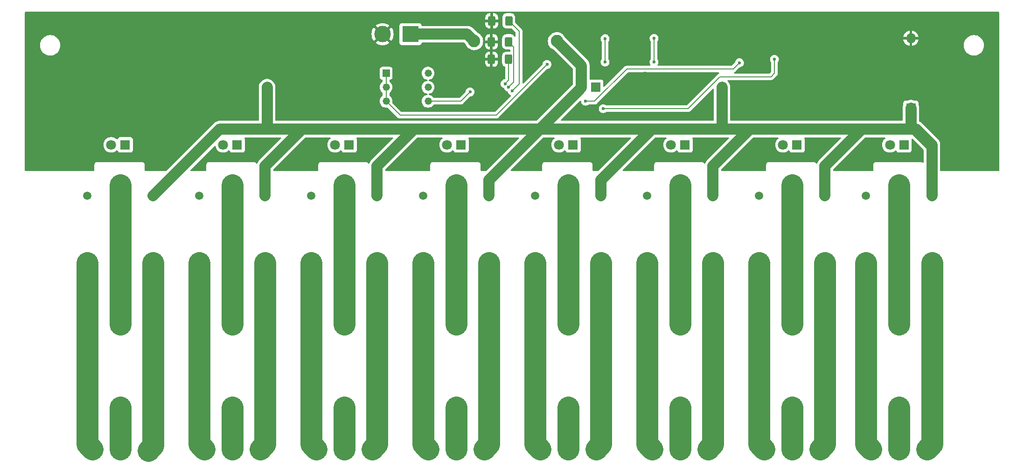
<source format=gbr>
%TF.GenerationSoftware,KiCad,Pcbnew,8.0.5*%
%TF.CreationDate,2024-09-24T14:10:05-04:00*%
%TF.ProjectId,MPD V1,4d504420-5631-42e6-9b69-6361645f7063,rev?*%
%TF.SameCoordinates,Original*%
%TF.FileFunction,Copper,L2,Bot*%
%TF.FilePolarity,Positive*%
%FSLAX46Y46*%
G04 Gerber Fmt 4.6, Leading zero omitted, Abs format (unit mm)*
G04 Created by KiCad (PCBNEW 8.0.5) date 2024-09-24 14:10:05*
%MOMM*%
%LPD*%
G01*
G04 APERTURE LIST*
G04 Aperture macros list*
%AMRoundRect*
0 Rectangle with rounded corners*
0 $1 Rounding radius*
0 $2 $3 $4 $5 $6 $7 $8 $9 X,Y pos of 4 corners*
0 Add a 4 corners polygon primitive as box body*
4,1,4,$2,$3,$4,$5,$6,$7,$8,$9,$2,$3,0*
0 Add four circle primitives for the rounded corners*
1,1,$1+$1,$2,$3*
1,1,$1+$1,$4,$5*
1,1,$1+$1,$6,$7*
1,1,$1+$1,$8,$9*
0 Add four rect primitives between the rounded corners*
20,1,$1+$1,$2,$3,$4,$5,0*
20,1,$1+$1,$4,$5,$6,$7,0*
20,1,$1+$1,$6,$7,$8,$9,0*
20,1,$1+$1,$8,$9,$2,$3,0*%
G04 Aperture macros list end*
%TA.AperFunction,ComponentPad*%
%ADD10C,1.498600*%
%TD*%
%TA.AperFunction,ComponentPad*%
%ADD11R,1.800000X1.800000*%
%TD*%
%TA.AperFunction,ComponentPad*%
%ADD12C,1.800000*%
%TD*%
%TA.AperFunction,ComponentPad*%
%ADD13C,1.905000*%
%TD*%
%TA.AperFunction,ComponentPad*%
%ADD14C,2.250000*%
%TD*%
%TA.AperFunction,ComponentPad*%
%ADD15O,1.800000X1.800000*%
%TD*%
%TA.AperFunction,ComponentPad*%
%ADD16R,1.320800X1.320800*%
%TD*%
%TA.AperFunction,ComponentPad*%
%ADD17C,1.320800*%
%TD*%
%TA.AperFunction,ComponentPad*%
%ADD18R,3.000000X3.000000*%
%TD*%
%TA.AperFunction,ComponentPad*%
%ADD19C,3.000000*%
%TD*%
%TA.AperFunction,SMDPad,CuDef*%
%ADD20RoundRect,0.250000X0.400000X0.625000X-0.400000X0.625000X-0.400000X-0.625000X0.400000X-0.625000X0*%
%TD*%
%TA.AperFunction,ViaPad*%
%ADD21C,0.600000*%
%TD*%
%TA.AperFunction,Conductor*%
%ADD22C,4.000000*%
%TD*%
%TA.AperFunction,Conductor*%
%ADD23C,2.000000*%
%TD*%
%TA.AperFunction,Conductor*%
%ADD24C,0.200000*%
%TD*%
G04 APERTURE END LIST*
D10*
%TO.P,K5,1,1*%
%TO.N,/Relay5/NO1*%
X130460000Y-85208451D03*
%TO.P,K5,2,2*%
%TO.N,+12V Fused*%
X130460000Y-73008450D03*
%TO.P,K5,3,3*%
%TO.N,/Relay5/FUSED_COM1*%
X124460002Y-71108451D03*
%TO.P,K5,4,4*%
%TO.N,/Relay5/Relay*%
X118460004Y-73008450D03*
%TO.P,K5,5,5*%
%TO.N,/Relay5/NC1*%
X118460004Y-85208451D03*
%TD*%
%TO.P,K8,1,1*%
%TO.N,/Relay8/NO1*%
X69500000Y-85208451D03*
%TO.P,K8,2,2*%
%TO.N,+12V Fused*%
X69500000Y-73008450D03*
%TO.P,K8,3,3*%
%TO.N,/Relay8/FUSED_COM1*%
X63500002Y-71108451D03*
%TO.P,K8,4,4*%
%TO.N,/Relay8/Relay*%
X57500004Y-73008450D03*
%TO.P,K8,5,5*%
%TO.N,/Relay8/NC1*%
X57500004Y-85208451D03*
%TD*%
D11*
%TO.P,LED6,1,K*%
%TO.N,Net-(LED6-K)*%
X105060000Y-63793552D03*
D12*
%TO.P,LED6,2,A*%
%TO.N,/Relay6/Relay*%
X102520000Y-63793552D03*
%TD*%
D13*
%TO.P,Con4,1,Pin_1*%
%TO.N,/Relay4/NC1*%
X139700000Y-119071001D03*
%TO.P,Con4,2,Pin_2*%
%TO.N,/Relay4/COM1*%
X144780000Y-119071001D03*
%TO.P,Con4,3,Pin_3*%
%TO.N,/Relay4/NO1*%
X149860000Y-119071001D03*
%TD*%
D14*
%TO.P,F2,1*%
%TO.N,/Relay2/COM1*%
X185420000Y-111451001D03*
%TO.P,F2,2*%
%TO.N,/Relay2/FUSED_COM1*%
X185420000Y-96451001D03*
%TD*%
D11*
%TO.P,LED4,1,K*%
%TO.N,Net-(LED4-K)*%
X145699998Y-63793552D03*
D12*
%TO.P,LED4,2,A*%
%TO.N,/Relay4/Relay*%
X143159998Y-63793552D03*
%TD*%
D14*
%TO.P,F3,1*%
%TO.N,/Relay3/COM1*%
X165100002Y-111451001D03*
%TO.P,F3,2*%
%TO.N,/Relay3/FUSED_COM1*%
X165100002Y-96451001D03*
%TD*%
D11*
%TO.P,D1,1,K*%
%TO.N,+12V Fused*%
X207010000Y-57150000D03*
D15*
%TO.P,D1,2,A*%
%TO.N,GND*%
X207010000Y-44450000D03*
%TD*%
D13*
%TO.P,Con5,1,Pin_1*%
%TO.N,/Relay5/NC1*%
X119380002Y-119071001D03*
%TO.P,Con5,2,Pin_2*%
%TO.N,/Relay5/COM1*%
X124460002Y-119071001D03*
%TO.P,Con5,3,Pin_3*%
%TO.N,/Relay5/NO1*%
X129540002Y-119071001D03*
%TD*%
D14*
%TO.P,F6,1*%
%TO.N,/Relay6/COM1*%
X104140002Y-111451001D03*
%TO.P,F6,2*%
%TO.N,/Relay6/FUSED_COM1*%
X104140002Y-96451001D03*
%TD*%
D11*
%TO.P,LED0,1,K*%
%TO.N,Net-(LED0-K)*%
X149790000Y-53340000D03*
D12*
%TO.P,LED0,2,A*%
%TO.N,+12V Fused*%
X147250000Y-53340000D03*
%TD*%
D14*
%TO.P,F8,1*%
%TO.N,/Relay8/COM1*%
X63500002Y-111451001D03*
%TO.P,F8,2*%
%TO.N,/Relay8/FUSED_COM1*%
X63500002Y-96451001D03*
%TD*%
D13*
%TO.P,Con6,1,Pin_1*%
%TO.N,/Relay6/NC1*%
X99060002Y-119071001D03*
%TO.P,Con6,2,Pin_2*%
%TO.N,/Relay6/COM1*%
X104140002Y-119071001D03*
%TO.P,Con6,3,Pin_3*%
%TO.N,/Relay6/NO1*%
X109220002Y-119071001D03*
%TD*%
%TO.P,Con3,1,Pin_1*%
%TO.N,/Relay3/NC1*%
X160020002Y-119071001D03*
%TO.P,Con3,2,Pin_2*%
%TO.N,/Relay3/COM1*%
X165100002Y-119071001D03*
%TO.P,Con3,3,Pin_3*%
%TO.N,/Relay3/NO1*%
X170180002Y-119071001D03*
%TD*%
D10*
%TO.P,K1,1,1*%
%TO.N,/Relay1/NO1*%
X210820000Y-85208451D03*
%TO.P,K1,2,2*%
%TO.N,+12V Fused*%
X210820000Y-73008450D03*
%TO.P,K1,3,3*%
%TO.N,/Relay1/FUSED_COM1*%
X204820002Y-71108451D03*
%TO.P,K1,4,4*%
%TO.N,/Relay1/Relay*%
X198820004Y-73008450D03*
%TO.P,K1,5,5*%
%TO.N,/Relay1/NC1*%
X198820004Y-85208451D03*
%TD*%
D14*
%TO.P,F1,1*%
%TO.N,/Relay1/COM1*%
X204820002Y-111451001D03*
%TO.P,F1,2*%
%TO.N,/Relay1/FUSED_COM1*%
X204820002Y-96451001D03*
%TD*%
D10*
%TO.P,K3,1,1*%
%TO.N,/Relay3/NO1*%
X171100000Y-85208451D03*
%TO.P,K3,2,2*%
%TO.N,+12V Fused*%
X171100000Y-73008450D03*
%TO.P,K3,3,3*%
%TO.N,/Relay3/FUSED_COM1*%
X165100002Y-71108451D03*
%TO.P,K3,4,4*%
%TO.N,/Relay3/Relay*%
X159100004Y-73008450D03*
%TO.P,K3,5,5*%
%TO.N,/Relay3/NC1*%
X159100004Y-85208451D03*
%TD*%
D14*
%TO.P,F5,1*%
%TO.N,/Relay5/COM1*%
X124460002Y-111451001D03*
%TO.P,F5,2*%
%TO.N,/Relay5/FUSED_COM1*%
X124460002Y-96451001D03*
%TD*%
D13*
%TO.P,Con1,1,Pin_1*%
%TO.N,/Relay1/NC1*%
X199740002Y-119071001D03*
%TO.P,Con1,2,Pin_2*%
%TO.N,/Relay1/COM1*%
X204820002Y-119071001D03*
%TO.P,Con1,3,Pin_3*%
%TO.N,/Relay1/NO1*%
X209900002Y-119071001D03*
%TD*%
D11*
%TO.P,LED8,1,K*%
%TO.N,Net-(LED8-K)*%
X64420000Y-63793552D03*
D12*
%TO.P,LED8,2,A*%
%TO.N,/Relay8/Relay*%
X61880000Y-63793552D03*
%TD*%
D16*
%TO.P,SW1,1,1*%
%TO.N,VCC*%
X111760000Y-50800000D03*
D17*
%TO.P,SW1,2,2*%
X111760000Y-53340000D03*
%TO.P,SW1,3,3*%
X111760000Y-55880000D03*
%TO.P,SW1,4,4*%
%TO.N,/A2*%
X119380000Y-55880000D03*
%TO.P,SW1,5,5*%
%TO.N,/A1*%
X119380000Y-53340000D03*
%TO.P,SW1,6,6*%
%TO.N,/A0*%
X119380000Y-50800000D03*
%TD*%
D10*
%TO.P,K4,1,1*%
%TO.N,/Relay4/NO1*%
X150779998Y-85208451D03*
%TO.P,K4,2,2*%
%TO.N,+12V Fused*%
X150779998Y-73008450D03*
%TO.P,K4,3,3*%
%TO.N,/Relay4/FUSED_COM1*%
X144780000Y-71108451D03*
%TO.P,K4,4,4*%
%TO.N,/Relay4/Relay*%
X138780002Y-73008450D03*
%TO.P,K4,5,5*%
%TO.N,/Relay4/NC1*%
X138780002Y-85208451D03*
%TD*%
D13*
%TO.P,Con7,1,Pin_1*%
%TO.N,/Relay7/NC1*%
X78740002Y-119071001D03*
%TO.P,Con7,2,Pin_2*%
%TO.N,/Relay7/COM1*%
X83820002Y-119071001D03*
%TO.P,Con7,3,Pin_3*%
%TO.N,/Relay7/NO1*%
X88900002Y-119071001D03*
%TD*%
D10*
%TO.P,K2,1,1*%
%TO.N,/Relay2/NO1*%
X191419998Y-85208451D03*
%TO.P,K2,2,2*%
%TO.N,+12V Fused*%
X191419998Y-73008450D03*
%TO.P,K2,3,3*%
%TO.N,/Relay2/FUSED_COM1*%
X185420000Y-71108451D03*
%TO.P,K2,4,4*%
%TO.N,/Relay2/Relay*%
X179420002Y-73008450D03*
%TO.P,K2,5,5*%
%TO.N,/Relay2/NC1*%
X179420002Y-85208451D03*
%TD*%
D14*
%TO.P,F7,1*%
%TO.N,/Relay7/COM1*%
X83820002Y-111451001D03*
%TO.P,F7,2*%
%TO.N,/Relay7/FUSED_COM1*%
X83820002Y-96451001D03*
%TD*%
D11*
%TO.P,LED2,1,K*%
%TO.N,Net-(LED2-K)*%
X186339998Y-63793552D03*
D12*
%TO.P,LED2,2,A*%
%TO.N,/Relay2/Relay*%
X183799998Y-63793552D03*
%TD*%
D14*
%TO.P,F4,1*%
%TO.N,/Relay4/COM1*%
X144780000Y-111451001D03*
%TO.P,F4,2*%
%TO.N,/Relay4/FUSED_COM1*%
X144780000Y-96451001D03*
%TD*%
D18*
%TO.P,J5,1,Pin_1*%
%TO.N,+12V*%
X116205000Y-43694502D03*
D19*
%TO.P,J5,2,Pin_2*%
%TO.N,GND*%
X111125000Y-43694502D03*
%TD*%
D13*
%TO.P,Con2,1,Pin_1*%
%TO.N,/Relay2/NC1*%
X180340000Y-119071001D03*
%TO.P,Con2,2,Pin_2*%
%TO.N,/Relay2/COM1*%
X185420000Y-119071001D03*
%TO.P,Con2,3,Pin_3*%
%TO.N,/Relay2/NO1*%
X190500000Y-119071001D03*
%TD*%
D11*
%TO.P,LED7,1,K*%
%TO.N,Net-(LED7-K)*%
X84740000Y-63793552D03*
D12*
%TO.P,LED7,2,A*%
%TO.N,/Relay7/Relay*%
X82200000Y-63793552D03*
%TD*%
D11*
%TO.P,LED3,1,K*%
%TO.N,Net-(LED3-K)*%
X166020000Y-63793552D03*
D12*
%TO.P,LED3,2,A*%
%TO.N,/Relay3/Relay*%
X163480000Y-63793552D03*
%TD*%
D10*
%TO.P,K7,1,1*%
%TO.N,/Relay7/NO1*%
X89820000Y-85208451D03*
%TO.P,K7,2,2*%
%TO.N,+12V Fused*%
X89820000Y-73008450D03*
%TO.P,K7,3,3*%
%TO.N,/Relay7/FUSED_COM1*%
X83820002Y-71108451D03*
%TO.P,K7,4,4*%
%TO.N,/Relay7/Relay*%
X77820004Y-73008450D03*
%TO.P,K7,5,5*%
%TO.N,/Relay7/NC1*%
X77820004Y-85208451D03*
%TD*%
D11*
%TO.P,LED1,1,K*%
%TO.N,Net-(LED1-K)*%
X205740000Y-63793552D03*
D12*
%TO.P,LED1,2,A*%
%TO.N,/Relay1/Relay*%
X203200000Y-63793552D03*
%TD*%
D14*
%TO.P,F0,1*%
%TO.N,+12V*%
X127755000Y-44964502D03*
%TO.P,F0,2*%
%TO.N,+12V Fused*%
X142755000Y-44964502D03*
%TD*%
D13*
%TO.P,Con8,1,Pin_1*%
%TO.N,/Relay8/NC1*%
X58420002Y-119071001D03*
%TO.P,Con8,2,Pin_2*%
%TO.N,/Relay8/COM1*%
X63500002Y-119071001D03*
%TO.P,Con8,3,Pin_3*%
%TO.N,/Relay8/NO1*%
X68580002Y-119071001D03*
%TD*%
D11*
%TO.P,LED5,1,K*%
%TO.N,Net-(LED5-K)*%
X125380000Y-63793552D03*
D12*
%TO.P,LED5,2,A*%
%TO.N,/Relay5/Relay*%
X122840000Y-63793552D03*
%TD*%
D10*
%TO.P,K6,1,1*%
%TO.N,/Relay6/NO1*%
X110140000Y-85208451D03*
%TO.P,K6,2,2*%
%TO.N,+12V Fused*%
X110140000Y-73008450D03*
%TO.P,K6,3,3*%
%TO.N,/Relay6/FUSED_COM1*%
X104140002Y-71108451D03*
%TO.P,K6,4,4*%
%TO.N,/Relay6/Relay*%
X98140004Y-73008450D03*
%TO.P,K6,5,5*%
%TO.N,/Relay6/NC1*%
X98140004Y-85208451D03*
%TD*%
D20*
%TO.P,R14,1*%
%TO.N,/A2*%
X134035000Y-41275000D03*
%TO.P,R14,2*%
%TO.N,GND*%
X130935000Y-41275000D03*
%TD*%
%TO.P,R12,1*%
%TO.N,/A0*%
X133985000Y-48260000D03*
%TO.P,R12,2*%
%TO.N,GND*%
X130885000Y-48260000D03*
%TD*%
%TO.P,R13,1*%
%TO.N,/A1*%
X133985000Y-45085000D03*
%TO.P,R13,2*%
%TO.N,GND*%
X130885000Y-45085000D03*
%TD*%
D21*
%TO.N,+12V Fused*%
X172720000Y-53340000D03*
X90170000Y-53340000D03*
X90170000Y-58420000D03*
%TO.N,GND*%
X203200000Y-45720000D03*
X139954000Y-48514000D03*
X114935000Y-55880000D03*
X148590000Y-62865000D03*
X208280000Y-65405000D03*
X175260000Y-43815000D03*
X210820000Y-50800000D03*
X152908000Y-47244000D03*
X124460000Y-52070000D03*
X101600000Y-66040000D03*
X142240000Y-52070000D03*
X99060000Y-49530000D03*
X58420000Y-48260000D03*
X99695000Y-58420000D03*
X180340000Y-43815000D03*
X160528000Y-40640000D03*
X141605000Y-53975000D03*
X100330000Y-52070000D03*
X182880000Y-58420000D03*
X168910000Y-51435000D03*
X95885000Y-67310000D03*
X147574000Y-44958000D03*
X203200000Y-50800000D03*
X71120000Y-66675000D03*
X210820000Y-45720000D03*
X135255000Y-57785000D03*
X182880000Y-43815000D03*
X158750000Y-42926000D03*
X107950000Y-56515000D03*
X156210000Y-55245000D03*
X156845000Y-67310000D03*
X152908000Y-42926000D03*
X158750000Y-50800000D03*
X172720000Y-43815000D03*
X169545000Y-56515000D03*
X158750000Y-47244000D03*
X158750000Y-44450000D03*
X189230000Y-65405000D03*
X142240000Y-66040000D03*
X168910000Y-66040000D03*
X161290000Y-45085000D03*
X63500000Y-50800000D03*
X149352000Y-47498000D03*
X146050000Y-42926000D03*
X152908000Y-45212000D03*
X167005000Y-53975000D03*
X129540000Y-66040000D03*
X176530000Y-67310000D03*
X63500000Y-48260000D03*
X177800000Y-43815000D03*
X122555000Y-54610000D03*
X155956000Y-40894000D03*
X102870000Y-50800000D03*
X58420000Y-50800000D03*
X81280000Y-66040000D03*
%TO.N,VCC*%
X140970000Y-49189020D03*
%TO.N,Net-(U1-P6)*%
X147955000Y-55880000D03*
X175895000Y-48895000D03*
%TO.N,/SCL*%
X151505000Y-44515000D03*
X151505000Y-48768000D03*
X160395000Y-44450000D03*
X160395000Y-48768000D03*
%TO.N,Net-(U1-P4)*%
X151173403Y-57224127D03*
X182245000Y-48260000D03*
%TO.N,/A0*%
X133350000Y-52705000D03*
%TO.N,/A1*%
X133985000Y-53340000D03*
%TO.N,/A2*%
X127000000Y-54199502D03*
X134620000Y-53975000D03*
%TD*%
D22*
%TO.N,/Relay1/NO1*%
X210820000Y-118151003D02*
X209900002Y-119071001D01*
X210820000Y-85208451D02*
X210820000Y-118151003D01*
%TO.N,/Relay1/NC1*%
X198820004Y-85208451D02*
X198820004Y-118151003D01*
X198820004Y-118151003D02*
X199740002Y-119071001D01*
%TO.N,/Relay1/COM1*%
X204820002Y-111451001D02*
X204820002Y-119071001D01*
D23*
%TO.N,+12V*%
X116205000Y-43694502D02*
X126485000Y-43694502D01*
X126485000Y-43694502D02*
X127755000Y-44964502D01*
%TO.N,+12V Fused*%
X191419998Y-67660002D02*
X198120000Y-60960000D01*
X139700000Y-60940000D02*
X147200000Y-53440000D01*
X210820000Y-72714898D02*
X210820000Y-63780000D01*
X139700000Y-60960000D02*
X139700000Y-60940000D01*
X207010000Y-60960000D02*
X207010000Y-57150000D01*
X171100000Y-67660000D02*
X177800000Y-60960000D01*
X208000000Y-60960000D02*
X207010000Y-60960000D01*
X89820000Y-73034898D02*
X89820000Y-67660000D01*
X110140000Y-67660000D02*
X116840000Y-60960000D01*
X150779998Y-73008450D02*
X150779998Y-70200002D01*
X172720000Y-58420000D02*
X172720000Y-53340000D01*
X81548450Y-60960000D02*
X82550000Y-60960000D01*
X177800000Y-60960000D02*
X172720000Y-60960000D01*
X69500000Y-73008450D02*
X81548450Y-60960000D01*
X89820000Y-73008450D02*
X89820000Y-67660000D01*
X130460000Y-73034898D02*
X130460000Y-70200000D01*
X96520000Y-60960000D02*
X90170000Y-60960000D01*
X90170000Y-58420000D02*
X90170000Y-60960000D01*
X210820000Y-73008450D02*
X210820000Y-64073552D01*
X172720000Y-60960000D02*
X172720000Y-58420000D01*
X147200000Y-49409502D02*
X142755000Y-44964502D01*
X207010000Y-60960000D02*
X198120000Y-60960000D01*
X160020000Y-60960000D02*
X139700000Y-60960000D01*
X139700000Y-60960000D02*
X116840000Y-60960000D01*
X198120000Y-60960000D02*
X177800000Y-60960000D01*
X90170000Y-60960000D02*
X82550000Y-60960000D01*
X171100000Y-73008450D02*
X171100000Y-67660000D01*
X172720000Y-60960000D02*
X160020000Y-60960000D01*
X150779998Y-70200002D02*
X160020000Y-60960000D01*
X89820000Y-67660000D02*
X96520000Y-60960000D01*
X191419998Y-73008450D02*
X191419998Y-67660002D01*
X116840000Y-60960000D02*
X96520000Y-60960000D01*
X210820000Y-63780000D02*
X208000000Y-60960000D01*
X130460000Y-73008450D02*
X130460000Y-70200000D01*
X147200000Y-53440000D02*
X147200000Y-49409502D01*
X130460000Y-70200000D02*
X139700000Y-60960000D01*
X110140000Y-73008450D02*
X110140000Y-67660000D01*
X208000000Y-61253552D02*
X208000000Y-60960000D01*
X210820000Y-64073552D02*
X208000000Y-61253552D01*
X90170000Y-53340000D02*
X90170000Y-58420000D01*
D24*
%TO.N,VCC*%
X111760000Y-55880000D02*
X111760000Y-50800000D01*
X140970000Y-49189020D02*
X131739020Y-58420000D01*
X131739020Y-58420000D02*
X114300000Y-58420000D01*
X114300000Y-58420000D02*
X111760000Y-55880000D01*
%TO.N,Net-(U1-P6)*%
X155445000Y-50035000D02*
X149600000Y-55880000D01*
X174755000Y-50035000D02*
X155445000Y-50035000D01*
X175895000Y-48895000D02*
X174755000Y-50035000D01*
X149600000Y-55880000D02*
X147955000Y-55880000D01*
%TO.N,/SCL*%
X160395000Y-48768000D02*
X160395000Y-44450000D01*
X151505000Y-48768000D02*
X151505000Y-44515000D01*
%TO.N,Net-(U1-P4)*%
X166573131Y-57224127D02*
X167778629Y-56018629D01*
X181610000Y-51435000D02*
X182245000Y-50800000D01*
X165735000Y-57224127D02*
X166573131Y-57224127D01*
X151173403Y-57224127D02*
X165735000Y-57224127D01*
X167778629Y-56018629D02*
X172362258Y-51435000D01*
X182245000Y-50800000D02*
X182245000Y-48260000D01*
X172362258Y-51435000D02*
X181610000Y-51435000D01*
D22*
%TO.N,/Relay2/COM1*%
X185420000Y-111451001D02*
X185420000Y-119071001D01*
%TO.N,/Relay2/NO1*%
X191419998Y-85208451D02*
X191419998Y-118151003D01*
X191419998Y-118151003D02*
X190500000Y-119071001D01*
%TO.N,/Relay2/NC1*%
X179420002Y-85208451D02*
X179420002Y-118151003D01*
X179420002Y-118151003D02*
X180340000Y-119071001D01*
%TO.N,/Relay3/NC1*%
X159100004Y-118151003D02*
X160020002Y-119071001D01*
X159100004Y-85208451D02*
X159100004Y-118151003D01*
%TO.N,/Relay3/NO1*%
X171100000Y-85208451D02*
X171100000Y-118151003D01*
X171100000Y-118151003D02*
X170180002Y-119071001D01*
%TO.N,/Relay3/COM1*%
X165100002Y-111451001D02*
X165100002Y-119071001D01*
%TO.N,/Relay4/NO1*%
X150779998Y-118151003D02*
X149860000Y-119071001D01*
X150779998Y-85208451D02*
X150779998Y-118151003D01*
%TO.N,/Relay4/COM1*%
X144780000Y-111451001D02*
X144780000Y-119071001D01*
%TO.N,/Relay4/NC1*%
X138780002Y-118151003D02*
X139700000Y-119071001D01*
X138780002Y-85208451D02*
X138780002Y-118151003D01*
%TO.N,/Relay1/FUSED_COM1*%
X204820002Y-96451001D02*
X204820002Y-71108451D01*
%TO.N,/Relay2/FUSED_COM1*%
X185420000Y-71108451D02*
X185420000Y-96451001D01*
%TO.N,/Relay3/FUSED_COM1*%
X165100002Y-71108451D02*
X165100002Y-96451001D01*
%TO.N,/Relay4/FUSED_COM1*%
X144780000Y-96451001D02*
X144780000Y-71108451D01*
%TO.N,/Relay5/NO1*%
X130460000Y-85208451D02*
X130460000Y-118151003D01*
X130460000Y-118151003D02*
X129540002Y-119071001D01*
%TO.N,/Relay5/COM1*%
X124460002Y-111451001D02*
X124460002Y-119071001D01*
%TO.N,/Relay5/NC1*%
X118460004Y-118151003D02*
X119380002Y-119071001D01*
X118460004Y-85208451D02*
X118460004Y-118151003D01*
%TO.N,/Relay5/FUSED_COM1*%
X124460002Y-96451001D02*
X124460002Y-71108451D01*
%TO.N,/Relay6/COM1*%
X104140002Y-111451001D02*
X104140002Y-119071001D01*
%TO.N,/Relay6/NO1*%
X110140000Y-118151003D02*
X109220002Y-119071001D01*
X110140000Y-85208451D02*
X110140000Y-118151003D01*
%TO.N,/Relay6/NC1*%
X98140004Y-85208451D02*
X98140004Y-118151003D01*
X98140004Y-118151003D02*
X99060002Y-119071001D01*
%TO.N,/Relay7/NO1*%
X89820000Y-85208451D02*
X89820000Y-118151003D01*
X89820000Y-118151003D02*
X88900002Y-119071001D01*
%TO.N,/Relay7/COM1*%
X83820002Y-111451001D02*
X83820002Y-119071001D01*
%TO.N,/Relay7/NC1*%
X77820004Y-118151003D02*
X78740002Y-119071001D01*
X77820004Y-85208451D02*
X77820004Y-118151003D01*
%TO.N,/Relay8/NO1*%
X69500000Y-118460000D02*
X68580000Y-119380000D01*
X69500000Y-85208451D02*
X69500000Y-118460000D01*
%TO.N,/Relay8/COM1*%
X63500002Y-111451001D02*
X63500002Y-119071001D01*
%TO.N,/Relay8/NC1*%
X57500004Y-118151003D02*
X58420002Y-119071001D01*
X57500004Y-85208451D02*
X57500004Y-118151003D01*
%TO.N,/Relay6/FUSED_COM1*%
X104140002Y-71108451D02*
X104140002Y-96451001D01*
%TO.N,/Relay7/FUSED_COM1*%
X83820002Y-96451001D02*
X83820002Y-71108451D01*
%TO.N,/Relay8/FUSED_COM1*%
X63500002Y-96451001D02*
X63500002Y-71108451D01*
D24*
%TO.N,Net-(LED0-K)*%
X149740000Y-53440000D02*
X149740000Y-53340000D01*
%TO.N,/A0*%
X133985000Y-48260000D02*
X133985000Y-52070000D01*
X133985000Y-52070000D02*
X133350000Y-52705000D01*
%TO.N,/A1*%
X134935000Y-52390000D02*
X133985000Y-53340000D01*
X133985000Y-45085000D02*
X134935000Y-46035000D01*
X134935000Y-46035000D02*
X134935000Y-52390000D01*
%TO.N,/A2*%
X125319502Y-55880000D02*
X119380000Y-55880000D01*
X127000000Y-54199502D02*
X125319502Y-55880000D01*
X135890000Y-43130000D02*
X135890000Y-52705000D01*
X135890000Y-52705000D02*
X134620000Y-53975000D01*
X134035000Y-41275000D02*
X135890000Y-43130000D01*
%TD*%
%TA.AperFunction,Conductor*%
%TO.N,GND*%
G36*
X222962539Y-39636185D02*
G01*
X223008294Y-39688989D01*
X223019500Y-39740500D01*
X223019500Y-68456000D01*
X222999815Y-68523039D01*
X222947011Y-68568794D01*
X222895500Y-68580000D01*
X212444500Y-68580000D01*
X212377461Y-68560315D01*
X212331706Y-68507511D01*
X212320500Y-68456000D01*
X212320500Y-63661902D01*
X212283553Y-63428631D01*
X212210566Y-63204003D01*
X212134772Y-63055250D01*
X212134771Y-63055249D01*
X212103344Y-62993568D01*
X212103340Y-62993562D01*
X211964517Y-62802490D01*
X208977510Y-59815483D01*
X208786434Y-59676657D01*
X208578205Y-59570559D01*
X208527409Y-59522584D01*
X208510500Y-59460074D01*
X208510500Y-57031902D01*
X208485586Y-56874603D01*
X208473553Y-56798632D01*
X208416568Y-56623251D01*
X208410499Y-56584933D01*
X208410499Y-56202129D01*
X208410498Y-56202123D01*
X208410497Y-56202116D01*
X208404091Y-56142517D01*
X208386080Y-56094228D01*
X208353797Y-56007671D01*
X208353793Y-56007664D01*
X208267547Y-55892455D01*
X208267544Y-55892452D01*
X208152335Y-55806206D01*
X208152328Y-55806202D01*
X208017482Y-55755908D01*
X208017483Y-55755908D01*
X207957883Y-55749501D01*
X207957881Y-55749500D01*
X207957873Y-55749500D01*
X207957865Y-55749500D01*
X207575065Y-55749500D01*
X207536747Y-55743431D01*
X207361370Y-55686447D01*
X207128097Y-55649500D01*
X207128092Y-55649500D01*
X206891908Y-55649500D01*
X206891903Y-55649500D01*
X206658630Y-55686447D01*
X206483251Y-55743431D01*
X206444933Y-55749500D01*
X206062130Y-55749500D01*
X206062123Y-55749501D01*
X206002516Y-55755908D01*
X205867671Y-55806202D01*
X205867664Y-55806206D01*
X205752455Y-55892452D01*
X205752452Y-55892455D01*
X205666206Y-56007664D01*
X205666202Y-56007671D01*
X205615908Y-56142517D01*
X205609501Y-56202116D01*
X205609501Y-56202123D01*
X205609500Y-56202135D01*
X205609500Y-56584934D01*
X205603431Y-56623252D01*
X205546447Y-56798630D01*
X205509500Y-57031902D01*
X205509500Y-59335500D01*
X205489815Y-59402539D01*
X205437011Y-59448294D01*
X205385500Y-59459500D01*
X174344500Y-59459500D01*
X174277461Y-59439815D01*
X174231706Y-59387011D01*
X174220500Y-59335500D01*
X174220500Y-53221902D01*
X174183553Y-52988631D01*
X174128264Y-52818472D01*
X174110568Y-52764008D01*
X174110566Y-52764005D01*
X174110566Y-52764003D01*
X174040220Y-52625943D01*
X174003343Y-52553567D01*
X173864517Y-52362490D01*
X173749208Y-52247181D01*
X173715723Y-52185858D01*
X173720707Y-52116166D01*
X173762579Y-52060233D01*
X173828043Y-52035816D01*
X173836889Y-52035500D01*
X181523331Y-52035500D01*
X181523347Y-52035501D01*
X181530943Y-52035501D01*
X181689054Y-52035501D01*
X181689057Y-52035501D01*
X181841785Y-51994577D01*
X181900115Y-51960900D01*
X181978716Y-51915520D01*
X182090520Y-51803716D01*
X182090520Y-51803714D01*
X182100724Y-51793511D01*
X182100727Y-51793506D01*
X182725520Y-51168716D01*
X182804577Y-51031784D01*
X182845501Y-50879057D01*
X182845501Y-50720942D01*
X182845501Y-50713347D01*
X182845500Y-50713329D01*
X182845500Y-48842412D01*
X182865185Y-48775373D01*
X182872555Y-48765097D01*
X182874810Y-48762267D01*
X182874816Y-48762262D01*
X182970789Y-48609522D01*
X183030368Y-48439255D01*
X183030369Y-48439249D01*
X183050565Y-48260003D01*
X183050565Y-48259996D01*
X183030369Y-48080750D01*
X183030368Y-48080745D01*
X182970788Y-47910476D01*
X182874815Y-47757737D01*
X182747262Y-47630184D01*
X182594523Y-47534211D01*
X182424254Y-47474631D01*
X182424249Y-47474630D01*
X182245004Y-47454435D01*
X182244996Y-47454435D01*
X182065750Y-47474630D01*
X182065745Y-47474631D01*
X181895476Y-47534211D01*
X181742737Y-47630184D01*
X181615184Y-47757737D01*
X181519211Y-47910476D01*
X181459631Y-48080745D01*
X181459630Y-48080750D01*
X181439435Y-48259996D01*
X181439435Y-48260003D01*
X181459630Y-48439249D01*
X181459631Y-48439254D01*
X181519211Y-48609523D01*
X181615185Y-48762263D01*
X181617445Y-48765097D01*
X181618334Y-48767275D01*
X181618889Y-48768158D01*
X181618734Y-48768255D01*
X181643855Y-48829783D01*
X181644500Y-48842412D01*
X181644500Y-50499902D01*
X181624815Y-50566941D01*
X181608181Y-50587583D01*
X181397584Y-50798181D01*
X181336261Y-50831666D01*
X181309903Y-50834500D01*
X175030949Y-50834500D01*
X174963910Y-50814815D01*
X174918155Y-50762011D01*
X174908211Y-50692853D01*
X174937236Y-50629297D01*
X174979747Y-50598643D01*
X174979746Y-50598641D01*
X174979769Y-50598627D01*
X174983502Y-50595936D01*
X174986773Y-50594580D01*
X174986785Y-50594577D01*
X175057033Y-50554019D01*
X175123716Y-50515520D01*
X175235520Y-50403716D01*
X175235520Y-50403714D01*
X175245724Y-50393511D01*
X175245728Y-50393506D01*
X175913535Y-49725698D01*
X175974856Y-49692215D01*
X175987311Y-49690163D01*
X176074255Y-49680368D01*
X176244522Y-49620789D01*
X176397262Y-49524816D01*
X176524816Y-49397262D01*
X176620789Y-49244522D01*
X176680368Y-49074255D01*
X176680369Y-49074249D01*
X176700565Y-48895003D01*
X176700565Y-48894996D01*
X176680369Y-48715750D01*
X176680368Y-48715745D01*
X176643199Y-48609522D01*
X176620789Y-48545478D01*
X176524816Y-48392738D01*
X176397262Y-48265184D01*
X176390150Y-48260715D01*
X176244523Y-48169211D01*
X176074254Y-48109631D01*
X176074249Y-48109630D01*
X175895004Y-48089435D01*
X175894996Y-48089435D01*
X175715750Y-48109630D01*
X175715745Y-48109631D01*
X175545476Y-48169211D01*
X175392737Y-48265184D01*
X175265184Y-48392737D01*
X175169210Y-48545478D01*
X175109630Y-48715750D01*
X175099837Y-48802668D01*
X175072770Y-48867082D01*
X175064298Y-48876465D01*
X174542584Y-49398181D01*
X174481261Y-49431666D01*
X174454903Y-49434500D01*
X161145980Y-49434500D01*
X161078941Y-49414815D01*
X161033186Y-49362011D01*
X161023242Y-49292853D01*
X161040986Y-49244528D01*
X161120788Y-49117523D01*
X161120789Y-49117522D01*
X161180368Y-48947255D01*
X161181749Y-48935001D01*
X161200565Y-48768003D01*
X161200565Y-48767996D01*
X161180369Y-48588750D01*
X161180368Y-48588745D01*
X161165228Y-48545478D01*
X161120789Y-48418478D01*
X161104615Y-48392738D01*
X161024813Y-48265734D01*
X161022550Y-48262896D01*
X161021659Y-48260715D01*
X161021111Y-48259842D01*
X161021264Y-48259745D01*
X160996144Y-48198209D01*
X160995500Y-48185587D01*
X160995500Y-45032412D01*
X161015185Y-44965373D01*
X161022555Y-44955097D01*
X161024810Y-44952267D01*
X161024816Y-44952262D01*
X161120789Y-44799522D01*
X161180368Y-44629255D01*
X161180995Y-44623694D01*
X161200565Y-44450003D01*
X161200565Y-44449996D01*
X161180369Y-44270750D01*
X161180368Y-44270745D01*
X161164103Y-44224262D01*
X161155613Y-44200000D01*
X205629117Y-44200000D01*
X206634722Y-44200000D01*
X206590667Y-44276306D01*
X206560000Y-44390756D01*
X206560000Y-44509244D01*
X206590667Y-44623694D01*
X206634722Y-44700000D01*
X205629117Y-44700000D01*
X205681317Y-44906135D01*
X205774516Y-45118609D01*
X205901414Y-45312842D01*
X206058558Y-45483545D01*
X206058562Y-45483548D01*
X206241644Y-45626047D01*
X206241648Y-45626050D01*
X206445697Y-45736476D01*
X206445706Y-45736479D01*
X206665139Y-45811811D01*
X206759999Y-45827640D01*
X206760000Y-45827639D01*
X206760000Y-44825277D01*
X206836306Y-44869333D01*
X206950756Y-44900000D01*
X207069244Y-44900000D01*
X207183694Y-44869333D01*
X207260000Y-44825277D01*
X207260000Y-45827640D01*
X207354860Y-45811811D01*
X207574293Y-45736479D01*
X207574302Y-45736476D01*
X207778351Y-45626050D01*
X207778355Y-45626047D01*
X207813476Y-45598711D01*
X216589500Y-45598711D01*
X216589500Y-45841288D01*
X216621161Y-46081785D01*
X216683947Y-46316104D01*
X216773783Y-46532987D01*
X216776776Y-46540212D01*
X216898064Y-46750289D01*
X216898066Y-46750292D01*
X216898067Y-46750293D01*
X217045733Y-46942736D01*
X217045739Y-46942743D01*
X217217256Y-47114260D01*
X217217262Y-47114265D01*
X217409711Y-47261936D01*
X217619788Y-47383224D01*
X217791707Y-47454435D01*
X217840464Y-47474631D01*
X217843900Y-47476054D01*
X218078211Y-47538838D01*
X218258586Y-47562584D01*
X218318711Y-47570500D01*
X218318712Y-47570500D01*
X218561289Y-47570500D01*
X218609388Y-47564167D01*
X218801789Y-47538838D01*
X219036100Y-47476054D01*
X219260212Y-47383224D01*
X219470289Y-47261936D01*
X219662738Y-47114265D01*
X219834265Y-46942738D01*
X219981936Y-46750289D01*
X220103224Y-46540212D01*
X220196054Y-46316100D01*
X220258838Y-46081789D01*
X220290500Y-45841288D01*
X220290500Y-45598712D01*
X220258838Y-45358211D01*
X220196054Y-45123900D01*
X220103224Y-44899788D01*
X219981936Y-44689711D01*
X219834265Y-44497262D01*
X219834260Y-44497256D01*
X219662743Y-44325739D01*
X219662736Y-44325733D01*
X219470293Y-44178067D01*
X219470292Y-44178066D01*
X219470289Y-44178064D01*
X219260212Y-44056776D01*
X219239158Y-44048055D01*
X219036104Y-43963947D01*
X218801785Y-43901161D01*
X218561289Y-43869500D01*
X218561288Y-43869500D01*
X218318712Y-43869500D01*
X218318711Y-43869500D01*
X218078214Y-43901161D01*
X217843895Y-43963947D01*
X217619794Y-44056773D01*
X217619785Y-44056777D01*
X217452590Y-44153308D01*
X217419541Y-44172389D01*
X217409706Y-44178067D01*
X217217263Y-44325733D01*
X217217256Y-44325739D01*
X217045739Y-44497256D01*
X217045733Y-44497263D01*
X216898067Y-44689706D01*
X216776777Y-44899785D01*
X216776773Y-44899794D01*
X216683947Y-45123895D01*
X216621161Y-45358214D01*
X216589500Y-45598711D01*
X207813476Y-45598711D01*
X207961437Y-45483548D01*
X207961441Y-45483545D01*
X208118585Y-45312842D01*
X208245483Y-45118609D01*
X208338682Y-44906135D01*
X208390883Y-44700000D01*
X207385278Y-44700000D01*
X207429333Y-44623694D01*
X207460000Y-44509244D01*
X207460000Y-44390756D01*
X207429333Y-44276306D01*
X207385278Y-44200000D01*
X208390883Y-44200000D01*
X208338682Y-43993864D01*
X208245483Y-43781390D01*
X208118585Y-43587157D01*
X207961441Y-43416454D01*
X207961437Y-43416451D01*
X207778355Y-43273952D01*
X207778351Y-43273949D01*
X207574302Y-43163523D01*
X207574293Y-43163520D01*
X207354861Y-43088188D01*
X207260000Y-43072359D01*
X207260000Y-44074722D01*
X207183694Y-44030667D01*
X207069244Y-44000000D01*
X206950756Y-44000000D01*
X206836306Y-44030667D01*
X206760000Y-44074722D01*
X206760000Y-43072359D01*
X206759999Y-43072359D01*
X206665138Y-43088188D01*
X206445706Y-43163520D01*
X206445697Y-43163523D01*
X206241648Y-43273949D01*
X206241644Y-43273952D01*
X206058562Y-43416451D01*
X206058558Y-43416454D01*
X205901414Y-43587157D01*
X205774516Y-43781390D01*
X205681317Y-43993864D01*
X205629117Y-44200000D01*
X161155613Y-44200000D01*
X161120789Y-44100478D01*
X161095100Y-44059595D01*
X161045002Y-43979864D01*
X161024816Y-43947738D01*
X160897262Y-43820184D01*
X160835522Y-43781390D01*
X160744523Y-43724211D01*
X160574254Y-43664631D01*
X160574249Y-43664630D01*
X160395004Y-43644435D01*
X160394996Y-43644435D01*
X160215750Y-43664630D01*
X160215745Y-43664631D01*
X160045476Y-43724211D01*
X159892737Y-43820184D01*
X159765184Y-43947737D01*
X159669211Y-44100476D01*
X159609631Y-44270745D01*
X159609630Y-44270750D01*
X159589435Y-44449996D01*
X159589435Y-44450003D01*
X159609630Y-44629249D01*
X159609631Y-44629254D01*
X159669211Y-44799523D01*
X159675851Y-44810090D01*
X159745580Y-44921063D01*
X159765185Y-44952263D01*
X159767445Y-44955097D01*
X159768334Y-44957275D01*
X159768889Y-44958158D01*
X159768734Y-44958255D01*
X159793855Y-45019783D01*
X159794500Y-45032412D01*
X159794500Y-48185587D01*
X159774815Y-48252626D01*
X159767450Y-48262896D01*
X159765186Y-48265734D01*
X159669211Y-48418476D01*
X159609631Y-48588745D01*
X159609630Y-48588750D01*
X159589435Y-48767996D01*
X159589435Y-48768003D01*
X159609630Y-48947249D01*
X159609631Y-48947254D01*
X159669211Y-49117523D01*
X159749014Y-49244528D01*
X159768014Y-49311765D01*
X159747646Y-49378600D01*
X159694378Y-49423814D01*
X159644020Y-49434500D01*
X155524057Y-49434500D01*
X155365942Y-49434500D01*
X155213215Y-49475423D01*
X155213214Y-49475423D01*
X155213212Y-49475424D01*
X155213209Y-49475425D01*
X155163096Y-49504359D01*
X155163095Y-49504360D01*
X155127666Y-49524815D01*
X155076285Y-49554479D01*
X155076282Y-49554481D01*
X151402180Y-53228584D01*
X151340857Y-53262069D01*
X151271165Y-53257085D01*
X151215232Y-53215213D01*
X151190815Y-53149749D01*
X151190499Y-53140903D01*
X151190499Y-52392129D01*
X151190498Y-52392123D01*
X151189491Y-52382756D01*
X151184091Y-52332517D01*
X151170602Y-52296352D01*
X151133797Y-52197671D01*
X151133793Y-52197664D01*
X151047547Y-52082455D01*
X151047544Y-52082452D01*
X150932335Y-51996206D01*
X150932328Y-51996202D01*
X150797482Y-51945908D01*
X150797483Y-51945908D01*
X150737883Y-51939501D01*
X150737881Y-51939500D01*
X150737873Y-51939500D01*
X150737864Y-51939500D01*
X148842129Y-51939500D01*
X148842118Y-51939501D01*
X148837751Y-51939971D01*
X148768992Y-51927563D01*
X148717856Y-51879951D01*
X148700500Y-51816681D01*
X148700500Y-49291404D01*
X148663553Y-49058133D01*
X148649395Y-49014561D01*
X148590568Y-48833510D01*
X148581617Y-48815943D01*
X148554266Y-48762263D01*
X148483344Y-48623069D01*
X148426969Y-48545476D01*
X148344517Y-48431992D01*
X144427521Y-44514996D01*
X150699435Y-44514996D01*
X150699435Y-44515003D01*
X150719630Y-44694249D01*
X150719631Y-44694254D01*
X150779211Y-44864523D01*
X150875185Y-45017263D01*
X150877445Y-45020097D01*
X150878334Y-45022275D01*
X150878889Y-45023158D01*
X150878734Y-45023255D01*
X150903855Y-45084783D01*
X150904500Y-45097412D01*
X150904500Y-48185587D01*
X150884815Y-48252626D01*
X150877450Y-48262896D01*
X150875186Y-48265734D01*
X150779211Y-48418476D01*
X150719631Y-48588745D01*
X150719630Y-48588750D01*
X150699435Y-48767996D01*
X150699435Y-48768003D01*
X150719630Y-48947249D01*
X150719631Y-48947254D01*
X150779211Y-49117523D01*
X150833760Y-49204336D01*
X150875184Y-49270262D01*
X151002738Y-49397816D01*
X151003319Y-49398181D01*
X151129891Y-49477712D01*
X151155478Y-49493789D01*
X151244148Y-49524816D01*
X151325745Y-49553368D01*
X151325750Y-49553369D01*
X151504996Y-49573565D01*
X151505000Y-49573565D01*
X151505004Y-49573565D01*
X151684249Y-49553369D01*
X151684252Y-49553368D01*
X151684255Y-49553368D01*
X151854522Y-49493789D01*
X152007262Y-49397816D01*
X152134816Y-49270262D01*
X152230789Y-49117522D01*
X152290368Y-48947255D01*
X152291749Y-48935001D01*
X152310565Y-48768003D01*
X152310565Y-48767996D01*
X152290369Y-48588750D01*
X152290368Y-48588745D01*
X152275228Y-48545478D01*
X152230789Y-48418478D01*
X152214615Y-48392738D01*
X152134813Y-48265734D01*
X152132550Y-48262896D01*
X152131659Y-48260715D01*
X152131111Y-48259842D01*
X152131264Y-48259745D01*
X152106144Y-48198209D01*
X152105500Y-48185587D01*
X152105500Y-45097412D01*
X152125185Y-45030373D01*
X152132555Y-45020097D01*
X152134810Y-45017267D01*
X152134816Y-45017262D01*
X152230789Y-44864522D01*
X152290368Y-44694255D01*
X152297692Y-44629254D01*
X152310565Y-44515003D01*
X152310565Y-44514996D01*
X152290369Y-44335750D01*
X152290368Y-44335745D01*
X152267625Y-44270750D01*
X152230789Y-44165478D01*
X152205161Y-44124692D01*
X152164258Y-44059595D01*
X152134816Y-44012738D01*
X152007262Y-43885184D01*
X151978781Y-43867288D01*
X151854523Y-43789211D01*
X151684254Y-43729631D01*
X151684249Y-43729630D01*
X151505004Y-43709435D01*
X151504996Y-43709435D01*
X151325750Y-43729630D01*
X151325745Y-43729631D01*
X151155476Y-43789211D01*
X151002737Y-43885184D01*
X150875184Y-44012737D01*
X150779211Y-44165476D01*
X150719631Y-44335745D01*
X150719630Y-44335750D01*
X150699435Y-44514996D01*
X144427521Y-44514996D01*
X144275472Y-44362947D01*
X144248592Y-44322718D01*
X144207810Y-44224261D01*
X144207809Y-44224259D01*
X144180058Y-44178974D01*
X144074123Y-44006103D01*
X144074122Y-44006102D01*
X144074121Y-44006100D01*
X143984494Y-43901161D01*
X143907956Y-43811546D01*
X143789061Y-43710000D01*
X143713401Y-43645380D01*
X143713396Y-43645377D01*
X143495242Y-43511692D01*
X143495239Y-43511690D01*
X143258864Y-43413781D01*
X143239529Y-43409139D01*
X143010070Y-43354050D01*
X143010067Y-43354049D01*
X143010064Y-43354049D01*
X142755000Y-43333976D01*
X142499935Y-43354049D01*
X142499931Y-43354049D01*
X142499930Y-43354050D01*
X142397111Y-43378735D01*
X142251135Y-43413781D01*
X142014760Y-43511690D01*
X142014757Y-43511692D01*
X141796603Y-43645377D01*
X141796598Y-43645380D01*
X141602044Y-43811546D01*
X141435878Y-44006100D01*
X141435875Y-44006105D01*
X141302190Y-44224259D01*
X141302188Y-44224262D01*
X141204279Y-44460637D01*
X141191228Y-44515000D01*
X141146813Y-44700000D01*
X141144547Y-44709437D01*
X141124474Y-44964502D01*
X141144547Y-45219566D01*
X141144547Y-45219569D01*
X141144548Y-45219572D01*
X141204278Y-45468362D01*
X141204279Y-45468366D01*
X141302188Y-45704741D01*
X141302190Y-45704744D01*
X141435875Y-45922898D01*
X141435878Y-45922903D01*
X141511200Y-46011093D01*
X141602044Y-46117458D01*
X141673334Y-46178345D01*
X141796598Y-46283623D01*
X141796600Y-46283624D01*
X141796601Y-46283625D01*
X141849602Y-46316104D01*
X142014757Y-46417311D01*
X142014759Y-46417312D01*
X142113216Y-46458094D01*
X142153445Y-46484974D01*
X145663181Y-49994710D01*
X145696666Y-50056033D01*
X145699500Y-50082391D01*
X145699500Y-52767110D01*
X145679815Y-52834149D01*
X145663181Y-52854791D01*
X139094792Y-59423181D01*
X139033469Y-59456666D01*
X139007111Y-59459500D01*
X91794500Y-59459500D01*
X91727461Y-59439815D01*
X91681706Y-59387011D01*
X91670500Y-59335500D01*
X91670500Y-53339999D01*
X110594127Y-53339999D01*
X110594127Y-53340000D01*
X110613977Y-53554221D01*
X110613977Y-53554227D01*
X110672855Y-53761159D01*
X110672860Y-53761172D01*
X110768751Y-53953746D01*
X110768753Y-53953749D01*
X110768755Y-53953753D01*
X110768758Y-53953757D01*
X110768760Y-53953760D01*
X110818972Y-54020252D01*
X110898409Y-54125444D01*
X110898412Y-54125446D01*
X110898414Y-54125449D01*
X111057399Y-54270382D01*
X111057400Y-54270382D01*
X111057405Y-54270387D01*
X111100780Y-54297243D01*
X111147413Y-54349268D01*
X111159500Y-54402668D01*
X111159500Y-54817330D01*
X111139815Y-54884369D01*
X111100779Y-54922756D01*
X111057412Y-54949608D01*
X111057410Y-54949609D01*
X111057406Y-54949611D01*
X111057405Y-54949613D01*
X110920481Y-55074435D01*
X110898409Y-55094556D01*
X110898407Y-55094558D01*
X110768760Y-55266239D01*
X110768751Y-55266253D01*
X110672860Y-55458827D01*
X110672855Y-55458840D01*
X110613977Y-55665771D01*
X110594127Y-55879999D01*
X110594127Y-55880000D01*
X110613977Y-56094228D01*
X110672855Y-56301159D01*
X110672860Y-56301172D01*
X110768751Y-56493746D01*
X110768753Y-56493749D01*
X110768755Y-56493753D01*
X110768758Y-56493757D01*
X110768760Y-56493760D01*
X110836008Y-56582811D01*
X110898409Y-56665444D01*
X110898412Y-56665446D01*
X110898414Y-56665449D01*
X111057402Y-56810385D01*
X111057404Y-56810386D01*
X111057405Y-56810387D01*
X111240326Y-56923647D01*
X111440944Y-57001367D01*
X111652427Y-57040900D01*
X111652429Y-57040900D01*
X111867572Y-57040900D01*
X111867573Y-57040900D01*
X111975273Y-57020767D01*
X112044787Y-57027797D01*
X112085739Y-57054974D01*
X113815139Y-58784374D01*
X113815149Y-58784385D01*
X113819479Y-58788715D01*
X113819480Y-58788716D01*
X113931284Y-58900520D01*
X113931286Y-58900521D01*
X113931290Y-58900524D01*
X114068209Y-58979573D01*
X114068216Y-58979577D01*
X114180019Y-59009534D01*
X114220942Y-59020500D01*
X114220943Y-59020500D01*
X131652351Y-59020500D01*
X131652367Y-59020501D01*
X131659963Y-59020501D01*
X131818074Y-59020501D01*
X131818077Y-59020501D01*
X131970805Y-58979577D01*
X132020924Y-58950639D01*
X132107736Y-58900520D01*
X132219540Y-58788716D01*
X132219540Y-58788714D01*
X132229748Y-58778507D01*
X132229750Y-58778504D01*
X140988535Y-50019718D01*
X141049856Y-49986235D01*
X141062311Y-49984183D01*
X141149255Y-49974388D01*
X141319522Y-49914809D01*
X141472262Y-49818836D01*
X141599816Y-49691282D01*
X141695789Y-49538542D01*
X141755368Y-49368275D01*
X141757015Y-49353656D01*
X141775565Y-49189023D01*
X141775565Y-49189016D01*
X141755369Y-49009770D01*
X141755368Y-49009765D01*
X141715210Y-48895000D01*
X141695789Y-48839498D01*
X141692026Y-48833510D01*
X141599815Y-48686757D01*
X141472262Y-48559204D01*
X141319523Y-48463231D01*
X141149254Y-48403651D01*
X141149249Y-48403650D01*
X140970004Y-48383455D01*
X140969996Y-48383455D01*
X140790750Y-48403650D01*
X140790745Y-48403651D01*
X140620476Y-48463231D01*
X140467737Y-48559204D01*
X140340184Y-48686757D01*
X140244210Y-48839498D01*
X140184630Y-49009770D01*
X140174837Y-49096688D01*
X140147770Y-49161102D01*
X140139298Y-49170485D01*
X136702181Y-52607603D01*
X136640858Y-52641088D01*
X136571166Y-52636104D01*
X136515233Y-52594232D01*
X136490816Y-52528768D01*
X136490500Y-52519922D01*
X136490500Y-43050945D01*
X136490500Y-43050943D01*
X136449577Y-42898216D01*
X136449577Y-42898215D01*
X136449577Y-42898214D01*
X136420639Y-42848095D01*
X136420637Y-42848092D01*
X136370520Y-42761284D01*
X136258716Y-42649480D01*
X136258715Y-42649479D01*
X136254385Y-42645149D01*
X136254374Y-42645139D01*
X135221818Y-41612583D01*
X135188333Y-41551260D01*
X135185499Y-41524902D01*
X135185499Y-40599998D01*
X135185498Y-40599981D01*
X135174999Y-40497203D01*
X135174998Y-40497200D01*
X135119814Y-40330666D01*
X135027712Y-40181344D01*
X134903656Y-40057288D01*
X134754334Y-39965186D01*
X134587797Y-39910001D01*
X134587795Y-39910000D01*
X134485010Y-39899500D01*
X133584998Y-39899500D01*
X133584980Y-39899501D01*
X133482203Y-39910000D01*
X133482200Y-39910001D01*
X133315668Y-39965185D01*
X133315663Y-39965187D01*
X133166342Y-40057289D01*
X133042289Y-40181342D01*
X132950187Y-40330663D01*
X132950185Y-40330668D01*
X132950115Y-40330880D01*
X132895001Y-40497203D01*
X132895001Y-40497204D01*
X132895000Y-40497204D01*
X132884500Y-40599983D01*
X132884500Y-41950001D01*
X132884501Y-41950018D01*
X132895000Y-42052796D01*
X132895001Y-42052799D01*
X132950185Y-42219331D01*
X132950187Y-42219336D01*
X132957350Y-42230949D01*
X133042288Y-42368656D01*
X133166344Y-42492712D01*
X133315666Y-42584814D01*
X133482203Y-42639999D01*
X133584991Y-42650500D01*
X134485008Y-42650499D01*
X134495576Y-42649419D01*
X134564268Y-42662187D01*
X134595861Y-42685096D01*
X135253181Y-43342416D01*
X135286666Y-43403739D01*
X135289500Y-43430097D01*
X135289500Y-44059595D01*
X135269815Y-44126634D01*
X135217011Y-44172389D01*
X135147853Y-44182333D01*
X135084297Y-44153308D01*
X135059961Y-44124692D01*
X135045026Y-44100478D01*
X134977712Y-43991344D01*
X134853656Y-43867288D01*
X134760888Y-43810069D01*
X134704336Y-43775187D01*
X134704331Y-43775185D01*
X134686737Y-43769355D01*
X134537797Y-43720001D01*
X134537795Y-43720000D01*
X134435010Y-43709500D01*
X133534998Y-43709500D01*
X133534980Y-43709501D01*
X133432203Y-43720000D01*
X133432200Y-43720001D01*
X133265668Y-43775185D01*
X133265663Y-43775187D01*
X133116342Y-43867289D01*
X132992289Y-43991342D01*
X132900187Y-44140663D01*
X132900185Y-44140668D01*
X132887492Y-44178974D01*
X132845001Y-44307203D01*
X132845001Y-44307204D01*
X132845000Y-44307204D01*
X132834500Y-44409983D01*
X132834500Y-45760001D01*
X132834501Y-45760018D01*
X132845000Y-45862796D01*
X132845001Y-45862799D01*
X132864918Y-45922903D01*
X132900186Y-46029334D01*
X132992288Y-46178656D01*
X133116344Y-46302712D01*
X133265666Y-46394814D01*
X133432203Y-46449999D01*
X133534991Y-46460500D01*
X134210500Y-46460499D01*
X134277539Y-46480183D01*
X134323294Y-46532987D01*
X134334500Y-46584499D01*
X134334500Y-46760500D01*
X134314815Y-46827539D01*
X134262011Y-46873294D01*
X134210500Y-46884500D01*
X133534998Y-46884500D01*
X133534980Y-46884501D01*
X133432203Y-46895000D01*
X133432200Y-46895001D01*
X133265668Y-46950185D01*
X133265663Y-46950187D01*
X133116342Y-47042289D01*
X132992289Y-47166342D01*
X132900187Y-47315663D01*
X132900185Y-47315668D01*
X132900115Y-47315880D01*
X132845001Y-47482203D01*
X132845001Y-47482204D01*
X132845000Y-47482204D01*
X132834500Y-47584983D01*
X132834500Y-48935001D01*
X132834501Y-48935018D01*
X132845000Y-49037796D01*
X132845001Y-49037799D01*
X132895110Y-49189016D01*
X132900186Y-49204334D01*
X132992288Y-49353656D01*
X133116344Y-49477712D01*
X133265666Y-49569814D01*
X133299500Y-49581025D01*
X133356947Y-49620796D01*
X133383772Y-49685311D01*
X133384500Y-49698732D01*
X133384500Y-51769902D01*
X133364815Y-51836941D01*
X133348183Y-51857580D01*
X133331463Y-51874301D01*
X133270138Y-51907784D01*
X133257668Y-51909837D01*
X133170750Y-51919630D01*
X133000478Y-51979210D01*
X132847737Y-52075184D01*
X132720184Y-52202737D01*
X132624211Y-52355476D01*
X132564631Y-52525745D01*
X132564630Y-52525750D01*
X132544435Y-52704996D01*
X132544435Y-52705003D01*
X132564630Y-52884249D01*
X132564631Y-52884254D01*
X132624211Y-53054523D01*
X132678488Y-53140903D01*
X132720184Y-53207262D01*
X132847738Y-53334816D01*
X132973969Y-53414132D01*
X133000478Y-53430789D01*
X133135779Y-53478133D01*
X133192556Y-53518855D01*
X133211867Y-53554221D01*
X133259210Y-53689521D01*
X133304225Y-53761162D01*
X133355184Y-53842262D01*
X133482738Y-53969816D01*
X133635478Y-54065789D01*
X133770779Y-54113133D01*
X133827556Y-54153855D01*
X133846867Y-54189221D01*
X133894210Y-54324521D01*
X133928289Y-54378757D01*
X133990184Y-54477262D01*
X134117738Y-54604816D01*
X134269574Y-54700221D01*
X134270480Y-54700790D01*
X134334976Y-54723359D01*
X134391752Y-54764080D01*
X134417499Y-54829033D01*
X134404043Y-54897595D01*
X134381702Y-54928081D01*
X131526604Y-57783181D01*
X131465281Y-57816666D01*
X131438923Y-57819500D01*
X114600097Y-57819500D01*
X114533058Y-57799815D01*
X114512416Y-57783181D01*
X112939237Y-56210002D01*
X112905752Y-56148679D01*
X112905031Y-56099530D01*
X112906021Y-56094231D01*
X112906022Y-56094229D01*
X112925873Y-55880000D01*
X112906022Y-55665771D01*
X112847144Y-55458838D01*
X112751245Y-55266247D01*
X112621591Y-55094556D01*
X112462595Y-54949613D01*
X112456279Y-54945702D01*
X112419221Y-54922756D01*
X112372586Y-54870728D01*
X112360500Y-54817330D01*
X112360500Y-54402668D01*
X112380185Y-54335629D01*
X112419218Y-54297244D01*
X112462595Y-54270387D01*
X112621591Y-54125444D01*
X112751245Y-53953753D01*
X112847144Y-53761162D01*
X112906022Y-53554229D01*
X112911669Y-53493293D01*
X112925873Y-53340000D01*
X112925873Y-53339999D01*
X112906022Y-53125771D01*
X112867002Y-52988631D01*
X112847144Y-52918838D01*
X112829923Y-52884254D01*
X112751248Y-52726253D01*
X112751247Y-52726252D01*
X112751245Y-52726247D01*
X112621591Y-52554556D01*
X112462595Y-52409613D01*
X112434358Y-52392129D01*
X112419221Y-52382756D01*
X112372586Y-52330728D01*
X112360500Y-52277330D01*
X112360500Y-52083869D01*
X112380185Y-52016830D01*
X112432989Y-51971075D01*
X112471245Y-51960579D01*
X112527883Y-51954491D01*
X112662731Y-51904196D01*
X112777946Y-51817946D01*
X112864196Y-51702731D01*
X112914491Y-51567883D01*
X112920900Y-51508273D01*
X112920899Y-50799999D01*
X118214127Y-50799999D01*
X118214127Y-50800000D01*
X118233977Y-51014228D01*
X118292855Y-51221159D01*
X118292860Y-51221172D01*
X118388751Y-51413746D01*
X118388753Y-51413749D01*
X118388755Y-51413753D01*
X118518409Y-51585444D01*
X118518412Y-51585446D01*
X118518414Y-51585449D01*
X118677402Y-51730385D01*
X118677404Y-51730386D01*
X118677405Y-51730387D01*
X118860326Y-51843647D01*
X119060944Y-51921367D01*
X119204015Y-51948111D01*
X119266295Y-51979779D01*
X119301568Y-52040092D01*
X119298634Y-52109900D01*
X119258425Y-52167040D01*
X119204015Y-52191888D01*
X119060944Y-52218633D01*
X118934075Y-52267782D01*
X118860328Y-52296352D01*
X118860327Y-52296352D01*
X118677402Y-52409614D01*
X118518414Y-52554550D01*
X118518407Y-52554558D01*
X118388760Y-52726239D01*
X118388751Y-52726253D01*
X118292860Y-52918827D01*
X118292855Y-52918840D01*
X118233977Y-53125771D01*
X118214127Y-53339999D01*
X118214127Y-53340000D01*
X118233977Y-53554221D01*
X118233977Y-53554227D01*
X118292855Y-53761159D01*
X118292860Y-53761172D01*
X118388751Y-53953746D01*
X118388753Y-53953749D01*
X118388755Y-53953753D01*
X118388758Y-53953757D01*
X118388760Y-53953760D01*
X118438972Y-54020252D01*
X118518409Y-54125444D01*
X118518412Y-54125446D01*
X118518414Y-54125449D01*
X118677402Y-54270385D01*
X118677404Y-54270386D01*
X118677405Y-54270387D01*
X118860326Y-54383647D01*
X119060944Y-54461367D01*
X119204015Y-54488111D01*
X119266295Y-54519779D01*
X119301568Y-54580092D01*
X119298634Y-54649900D01*
X119258425Y-54707040D01*
X119204015Y-54731888D01*
X119060944Y-54758633D01*
X118934075Y-54807782D01*
X118860328Y-54836352D01*
X118860327Y-54836352D01*
X118677402Y-54949614D01*
X118518414Y-55094550D01*
X118518407Y-55094558D01*
X118388760Y-55266239D01*
X118388751Y-55266253D01*
X118292860Y-55458827D01*
X118292855Y-55458840D01*
X118233977Y-55665771D01*
X118214127Y-55879999D01*
X118214127Y-55880000D01*
X118233977Y-56094228D01*
X118292855Y-56301159D01*
X118292860Y-56301172D01*
X118388751Y-56493746D01*
X118388753Y-56493749D01*
X118388755Y-56493753D01*
X118388758Y-56493757D01*
X118388760Y-56493760D01*
X118456008Y-56582811D01*
X118518409Y-56665444D01*
X118518412Y-56665446D01*
X118518414Y-56665449D01*
X118677402Y-56810385D01*
X118677404Y-56810386D01*
X118677405Y-56810387D01*
X118860326Y-56923647D01*
X119060944Y-57001367D01*
X119272427Y-57040900D01*
X119272429Y-57040900D01*
X119487571Y-57040900D01*
X119487573Y-57040900D01*
X119699056Y-57001367D01*
X119899674Y-56923647D01*
X120082595Y-56810387D01*
X120241591Y-56665444D01*
X120344045Y-56529771D01*
X120400151Y-56488137D01*
X120442997Y-56480500D01*
X125232833Y-56480500D01*
X125232849Y-56480501D01*
X125240445Y-56480501D01*
X125398556Y-56480501D01*
X125398559Y-56480501D01*
X125551287Y-56439577D01*
X125641755Y-56387345D01*
X125688218Y-56360520D01*
X125800022Y-56248716D01*
X125800022Y-56248714D01*
X125810226Y-56238511D01*
X125810230Y-56238506D01*
X127018535Y-55030200D01*
X127079856Y-54996717D01*
X127092311Y-54994665D01*
X127179255Y-54984870D01*
X127349522Y-54925291D01*
X127502262Y-54829318D01*
X127629816Y-54701764D01*
X127725789Y-54549024D01*
X127785368Y-54378757D01*
X127788961Y-54346867D01*
X127805565Y-54199505D01*
X127805565Y-54199498D01*
X127785369Y-54020252D01*
X127785368Y-54020247D01*
X127725788Y-53849978D01*
X127669979Y-53761159D01*
X127629816Y-53697240D01*
X127502262Y-53569686D01*
X127349523Y-53473713D01*
X127179254Y-53414133D01*
X127179249Y-53414132D01*
X127000004Y-53393937D01*
X126999996Y-53393937D01*
X126820750Y-53414132D01*
X126820745Y-53414133D01*
X126650476Y-53473713D01*
X126497737Y-53569686D01*
X126370184Y-53697239D01*
X126274210Y-53849980D01*
X126214630Y-54020252D01*
X126204837Y-54107170D01*
X126177770Y-54171584D01*
X126169298Y-54180967D01*
X125107086Y-55243181D01*
X125045763Y-55276666D01*
X125019405Y-55279500D01*
X120442997Y-55279500D01*
X120375958Y-55259815D01*
X120344046Y-55230230D01*
X120241591Y-55094556D01*
X120241586Y-55094551D01*
X120241585Y-55094550D01*
X120082597Y-54949614D01*
X119977222Y-54884369D01*
X119899674Y-54836353D01*
X119699056Y-54758633D01*
X119555983Y-54731888D01*
X119493704Y-54700221D01*
X119458431Y-54639908D01*
X119461365Y-54570100D01*
X119501574Y-54512960D01*
X119555982Y-54488111D01*
X119699056Y-54461367D01*
X119899674Y-54383647D01*
X120082595Y-54270387D01*
X120241591Y-54125444D01*
X120371245Y-53953753D01*
X120467144Y-53761162D01*
X120526022Y-53554229D01*
X120531669Y-53493293D01*
X120545873Y-53340000D01*
X120545873Y-53339999D01*
X120526022Y-53125771D01*
X120487002Y-52988631D01*
X120467144Y-52918838D01*
X120449923Y-52884254D01*
X120371248Y-52726253D01*
X120371247Y-52726252D01*
X120371245Y-52726247D01*
X120241591Y-52554556D01*
X120241587Y-52554552D01*
X120241585Y-52554550D01*
X120082597Y-52409614D01*
X120039219Y-52382756D01*
X119899674Y-52296353D01*
X119699056Y-52218633D01*
X119555983Y-52191888D01*
X119493704Y-52160221D01*
X119458431Y-52099908D01*
X119461365Y-52030100D01*
X119501574Y-51972960D01*
X119555982Y-51948111D01*
X119699056Y-51921367D01*
X119899674Y-51843647D01*
X120082595Y-51730387D01*
X120241591Y-51585444D01*
X120371245Y-51413753D01*
X120467144Y-51221162D01*
X120526022Y-51014229D01*
X120545873Y-50800000D01*
X120545704Y-50798181D01*
X120526022Y-50585771D01*
X120474222Y-50403716D01*
X120467144Y-50378838D01*
X120371245Y-50186247D01*
X120241591Y-50014556D01*
X120241587Y-50014552D01*
X120241585Y-50014550D01*
X120082597Y-49869614D01*
X120000587Y-49818836D01*
X119899674Y-49756353D01*
X119699056Y-49678633D01*
X119487573Y-49639100D01*
X119272427Y-49639100D01*
X119060944Y-49678633D01*
X119009063Y-49698732D01*
X118860328Y-49756352D01*
X118860327Y-49756352D01*
X118677402Y-49869614D01*
X118518414Y-50014550D01*
X118518407Y-50014558D01*
X118388760Y-50186239D01*
X118388751Y-50186253D01*
X118292860Y-50378827D01*
X118292855Y-50378840D01*
X118233977Y-50585771D01*
X118214127Y-50799999D01*
X112920899Y-50799999D01*
X112920899Y-50091728D01*
X112914491Y-50032117D01*
X112914085Y-50031029D01*
X112864197Y-49897271D01*
X112864193Y-49897264D01*
X112777947Y-49782055D01*
X112777944Y-49782052D01*
X112662735Y-49695806D01*
X112662728Y-49695802D01*
X112527882Y-49645508D01*
X112527883Y-49645508D01*
X112468283Y-49639101D01*
X112468281Y-49639100D01*
X112468273Y-49639100D01*
X112468264Y-49639100D01*
X111051729Y-49639100D01*
X111051723Y-49639101D01*
X110992116Y-49645508D01*
X110857271Y-49695802D01*
X110857264Y-49695806D01*
X110742055Y-49782052D01*
X110742052Y-49782055D01*
X110655806Y-49897264D01*
X110655802Y-49897271D01*
X110605508Y-50032117D01*
X110599101Y-50091716D01*
X110599101Y-50091723D01*
X110599100Y-50091735D01*
X110599100Y-51508270D01*
X110599101Y-51508276D01*
X110605508Y-51567883D01*
X110655802Y-51702728D01*
X110655806Y-51702735D01*
X110742052Y-51817944D01*
X110742055Y-51817947D01*
X110857264Y-51904193D01*
X110857271Y-51904197D01*
X110992117Y-51954491D01*
X110992115Y-51954491D01*
X111048756Y-51960581D01*
X111113307Y-51987319D01*
X111153155Y-52044712D01*
X111159500Y-52083870D01*
X111159500Y-52277330D01*
X111139815Y-52344369D01*
X111100779Y-52382756D01*
X111057412Y-52409608D01*
X111057410Y-52409609D01*
X111057406Y-52409611D01*
X111057405Y-52409613D01*
X110930008Y-52525750D01*
X110898409Y-52554556D01*
X110898407Y-52554558D01*
X110768760Y-52726239D01*
X110768751Y-52726253D01*
X110672860Y-52918827D01*
X110672855Y-52918840D01*
X110613977Y-53125771D01*
X110594127Y-53339999D01*
X91670500Y-53339999D01*
X91670500Y-53221902D01*
X91633553Y-52988631D01*
X91578264Y-52818472D01*
X91560568Y-52764008D01*
X91560566Y-52764005D01*
X91560566Y-52764003D01*
X91490220Y-52625943D01*
X91453343Y-52553567D01*
X91314517Y-52362490D01*
X91147510Y-52195483D01*
X90956433Y-52056657D01*
X90932990Y-52044712D01*
X90745996Y-51949433D01*
X90521368Y-51876446D01*
X90288097Y-51839500D01*
X90288092Y-51839500D01*
X90051908Y-51839500D01*
X90051903Y-51839500D01*
X89818631Y-51876446D01*
X89594003Y-51949433D01*
X89383566Y-52056657D01*
X89301660Y-52116166D01*
X89192490Y-52195483D01*
X89192488Y-52195485D01*
X89192487Y-52195485D01*
X89025485Y-52362487D01*
X89025485Y-52362488D01*
X89025483Y-52362490D01*
X88965862Y-52444550D01*
X88886657Y-52553566D01*
X88779433Y-52764003D01*
X88706446Y-52988631D01*
X88669500Y-53221902D01*
X88669500Y-59335500D01*
X88649815Y-59402539D01*
X88597011Y-59448294D01*
X88545500Y-59459500D01*
X81430353Y-59459500D01*
X81197081Y-59496446D01*
X81037951Y-59548152D01*
X80987585Y-59564517D01*
X80982286Y-59566238D01*
X80972456Y-59569432D01*
X80762015Y-59676657D01*
X80570938Y-59815484D01*
X80570937Y-59815485D01*
X71842742Y-68543681D01*
X71781419Y-68577166D01*
X71755061Y-68580000D01*
X68097500Y-68580000D01*
X68030461Y-68560315D01*
X67984706Y-68507511D01*
X67973500Y-68456000D01*
X67973500Y-67428451D01*
X67973500Y-67428450D01*
X67968355Y-67356511D01*
X67927819Y-67218459D01*
X67859556Y-67112240D01*
X67850032Y-67097420D01*
X67850028Y-67097416D01*
X67741299Y-67003201D01*
X67741295Y-67003198D01*
X67741294Y-67003197D01*
X67741290Y-67003195D01*
X67610419Y-66943427D01*
X67610414Y-66943426D01*
X67468000Y-66922951D01*
X59340000Y-66922951D01*
X59339997Y-66922951D01*
X59268059Y-66928095D01*
X59141644Y-66965215D01*
X59130012Y-66968631D01*
X59130005Y-66968633D01*
X59008969Y-67046418D01*
X59008965Y-67046422D01*
X58914750Y-67155151D01*
X58914744Y-67155160D01*
X58854976Y-67286031D01*
X58854975Y-67286036D01*
X58834500Y-67428450D01*
X58834500Y-68456000D01*
X58814815Y-68523039D01*
X58762011Y-68568794D01*
X58710500Y-68580000D01*
X46344500Y-68580000D01*
X46277461Y-68560315D01*
X46231706Y-68507511D01*
X46220500Y-68456000D01*
X46220500Y-63793545D01*
X60474700Y-63793545D01*
X60474700Y-63793558D01*
X60493864Y-64024849D01*
X60493866Y-64024860D01*
X60550842Y-64249852D01*
X60644075Y-64462400D01*
X60771016Y-64656699D01*
X60771019Y-64656703D01*
X60771021Y-64656705D01*
X60928216Y-64827465D01*
X60928219Y-64827467D01*
X60928222Y-64827470D01*
X61111365Y-64970016D01*
X61111371Y-64970020D01*
X61111374Y-64970022D01*
X61315497Y-65080488D01*
X61429487Y-65119620D01*
X61535015Y-65155849D01*
X61535017Y-65155849D01*
X61535019Y-65155850D01*
X61763951Y-65194052D01*
X61763952Y-65194052D01*
X61996048Y-65194052D01*
X61996049Y-65194052D01*
X62224981Y-65155850D01*
X62444503Y-65080488D01*
X62648626Y-64970022D01*
X62831784Y-64827465D01*
X62840130Y-64818398D01*
X62900010Y-64782406D01*
X62969849Y-64784501D01*
X63027468Y-64824021D01*
X63047544Y-64859043D01*
X63076203Y-64935882D01*
X63076206Y-64935887D01*
X63162452Y-65051096D01*
X63162455Y-65051099D01*
X63277664Y-65137345D01*
X63277671Y-65137349D01*
X63412517Y-65187643D01*
X63412516Y-65187643D01*
X63419444Y-65188387D01*
X63472127Y-65194052D01*
X65367872Y-65194051D01*
X65427483Y-65187643D01*
X65562331Y-65137348D01*
X65677546Y-65051098D01*
X65763796Y-64935883D01*
X65814091Y-64801035D01*
X65820500Y-64741425D01*
X65820499Y-62845680D01*
X65814091Y-62786069D01*
X65804233Y-62759639D01*
X65763797Y-62651223D01*
X65763793Y-62651216D01*
X65677547Y-62536007D01*
X65677544Y-62536004D01*
X65562335Y-62449758D01*
X65562328Y-62449754D01*
X65427482Y-62399460D01*
X65427483Y-62399460D01*
X65367883Y-62393053D01*
X65367881Y-62393052D01*
X65367873Y-62393052D01*
X65367864Y-62393052D01*
X63472129Y-62393052D01*
X63472123Y-62393053D01*
X63412516Y-62399460D01*
X63277671Y-62449754D01*
X63277664Y-62449758D01*
X63162455Y-62536004D01*
X63162452Y-62536007D01*
X63076206Y-62651216D01*
X63076203Y-62651222D01*
X63047544Y-62728060D01*
X63005672Y-62783993D01*
X62940208Y-62808410D01*
X62871935Y-62793558D01*
X62840135Y-62768710D01*
X62831784Y-62759639D01*
X62831778Y-62759634D01*
X62831777Y-62759633D01*
X62648634Y-62617087D01*
X62648628Y-62617083D01*
X62444504Y-62506616D01*
X62444495Y-62506613D01*
X62224984Y-62431254D01*
X62034450Y-62399460D01*
X61996049Y-62393052D01*
X61763951Y-62393052D01*
X61725550Y-62399460D01*
X61535015Y-62431254D01*
X61315504Y-62506613D01*
X61315495Y-62506616D01*
X61111371Y-62617083D01*
X61111365Y-62617087D01*
X60928222Y-62759633D01*
X60928219Y-62759636D01*
X60928216Y-62759638D01*
X60928216Y-62759639D01*
X60888771Y-62802488D01*
X60771016Y-62930404D01*
X60644075Y-63124703D01*
X60550842Y-63337251D01*
X60493866Y-63562243D01*
X60493864Y-63562254D01*
X60474700Y-63793545D01*
X46220500Y-63793545D01*
X46220500Y-48934986D01*
X129735001Y-48934986D01*
X129745494Y-49037697D01*
X129800641Y-49204119D01*
X129800643Y-49204124D01*
X129892684Y-49353345D01*
X130016654Y-49477315D01*
X130165875Y-49569356D01*
X130165880Y-49569358D01*
X130332302Y-49624505D01*
X130332309Y-49624506D01*
X130435019Y-49634999D01*
X130634999Y-49634999D01*
X131135000Y-49634999D01*
X131334972Y-49634999D01*
X131334986Y-49634998D01*
X131437697Y-49624505D01*
X131604119Y-49569358D01*
X131604124Y-49569356D01*
X131753345Y-49477315D01*
X131877315Y-49353345D01*
X131969356Y-49204124D01*
X131969358Y-49204119D01*
X132024505Y-49037697D01*
X132024506Y-49037690D01*
X132034999Y-48934986D01*
X132035000Y-48934973D01*
X132035000Y-48510000D01*
X131135000Y-48510000D01*
X131135000Y-49634999D01*
X130634999Y-49634999D01*
X130635000Y-49634998D01*
X130635000Y-48510000D01*
X129735001Y-48510000D01*
X129735001Y-48934986D01*
X46220500Y-48934986D01*
X46220500Y-47585013D01*
X129735000Y-47585013D01*
X129735000Y-48010000D01*
X130635000Y-48010000D01*
X131135000Y-48010000D01*
X132034999Y-48010000D01*
X132034999Y-47585028D01*
X132034998Y-47585013D01*
X132024505Y-47482302D01*
X131969358Y-47315880D01*
X131969356Y-47315875D01*
X131877315Y-47166654D01*
X131753345Y-47042684D01*
X131604124Y-46950643D01*
X131604119Y-46950641D01*
X131437697Y-46895494D01*
X131437690Y-46895493D01*
X131334986Y-46885000D01*
X131135000Y-46885000D01*
X131135000Y-48010000D01*
X130635000Y-48010000D01*
X130635000Y-46885000D01*
X130435029Y-46885000D01*
X130435012Y-46885001D01*
X130332302Y-46895494D01*
X130165880Y-46950641D01*
X130165875Y-46950643D01*
X130016654Y-47042684D01*
X129892684Y-47166654D01*
X129800643Y-47315875D01*
X129800641Y-47315880D01*
X129745494Y-47482302D01*
X129745493Y-47482309D01*
X129735000Y-47585013D01*
X46220500Y-47585013D01*
X46220500Y-45598711D01*
X48949500Y-45598711D01*
X48949500Y-45841288D01*
X48981161Y-46081785D01*
X49043947Y-46316104D01*
X49133783Y-46532987D01*
X49136776Y-46540212D01*
X49258064Y-46750289D01*
X49258066Y-46750292D01*
X49258067Y-46750293D01*
X49405733Y-46942736D01*
X49405739Y-46942743D01*
X49577256Y-47114260D01*
X49577262Y-47114265D01*
X49769711Y-47261936D01*
X49979788Y-47383224D01*
X50151707Y-47454435D01*
X50200464Y-47474631D01*
X50203900Y-47476054D01*
X50438211Y-47538838D01*
X50618586Y-47562584D01*
X50678711Y-47570500D01*
X50678712Y-47570500D01*
X50921289Y-47570500D01*
X50969388Y-47564167D01*
X51161789Y-47538838D01*
X51396100Y-47476054D01*
X51620212Y-47383224D01*
X51830289Y-47261936D01*
X52022738Y-47114265D01*
X52194265Y-46942738D01*
X52341936Y-46750289D01*
X52463224Y-46540212D01*
X52556054Y-46316100D01*
X52618838Y-46081789D01*
X52650500Y-45841288D01*
X52650500Y-45598712D01*
X52618838Y-45358211D01*
X52556054Y-45123900D01*
X52463224Y-44899788D01*
X52341936Y-44689711D01*
X52194265Y-44497262D01*
X52194260Y-44497256D01*
X52022743Y-44325739D01*
X52022736Y-44325733D01*
X51830293Y-44178067D01*
X51830292Y-44178066D01*
X51830289Y-44178064D01*
X51620212Y-44056776D01*
X51599158Y-44048055D01*
X51396104Y-43963947D01*
X51161785Y-43901161D01*
X50921289Y-43869500D01*
X50921288Y-43869500D01*
X50678712Y-43869500D01*
X50678711Y-43869500D01*
X50438214Y-43901161D01*
X50203895Y-43963947D01*
X49979794Y-44056773D01*
X49979785Y-44056777D01*
X49812590Y-44153308D01*
X49779541Y-44172389D01*
X49769706Y-44178067D01*
X49577263Y-44325733D01*
X49577256Y-44325739D01*
X49405739Y-44497256D01*
X49405733Y-44497263D01*
X49258067Y-44689706D01*
X49136777Y-44899785D01*
X49136773Y-44899794D01*
X49043947Y-45123895D01*
X48981161Y-45358214D01*
X48949500Y-45598711D01*
X46220500Y-45598711D01*
X46220500Y-43694500D01*
X109119891Y-43694500D01*
X109119891Y-43694503D01*
X109140300Y-43979864D01*
X109201109Y-44259397D01*
X109301091Y-44527460D01*
X109438191Y-44778540D01*
X109438196Y-44778548D01*
X109544882Y-44921063D01*
X109544883Y-44921064D01*
X110439767Y-44026179D01*
X110451497Y-44054497D01*
X110534670Y-44178974D01*
X110640528Y-44284832D01*
X110765005Y-44368005D01*
X110793320Y-44379733D01*
X109898436Y-45274617D01*
X110040960Y-45381309D01*
X110040961Y-45381310D01*
X110292042Y-45518410D01*
X110292041Y-45518410D01*
X110560104Y-45618392D01*
X110839637Y-45679201D01*
X111124999Y-45699611D01*
X111125001Y-45699611D01*
X111410362Y-45679201D01*
X111689895Y-45618392D01*
X111957958Y-45518410D01*
X112209047Y-45381305D01*
X112351561Y-45274618D01*
X112351562Y-45274617D01*
X111456679Y-44379733D01*
X111484995Y-44368005D01*
X111609472Y-44284832D01*
X111715330Y-44178974D01*
X111798503Y-44054497D01*
X111810231Y-44026180D01*
X112705115Y-44921064D01*
X112705116Y-44921063D01*
X112811803Y-44778549D01*
X112948908Y-44527460D01*
X113048890Y-44259397D01*
X113109699Y-43979864D01*
X113130109Y-43694503D01*
X113130109Y-43694500D01*
X113109699Y-43409139D01*
X113048890Y-43129606D01*
X112948908Y-42861543D01*
X112811808Y-42610463D01*
X112811807Y-42610462D01*
X112705115Y-42467938D01*
X111810231Y-43362822D01*
X111798503Y-43334507D01*
X111715330Y-43210030D01*
X111609472Y-43104172D01*
X111484995Y-43020999D01*
X111456678Y-43009269D01*
X112319310Y-42146637D01*
X114204500Y-42146637D01*
X114204500Y-45242372D01*
X114204501Y-45242378D01*
X114210908Y-45301985D01*
X114261202Y-45436830D01*
X114261206Y-45436837D01*
X114347452Y-45552046D01*
X114347455Y-45552049D01*
X114462664Y-45638295D01*
X114462671Y-45638299D01*
X114597517Y-45688593D01*
X114597516Y-45688593D01*
X114604444Y-45689337D01*
X114657127Y-45695002D01*
X117752872Y-45695001D01*
X117812483Y-45688593D01*
X117947331Y-45638298D01*
X118062546Y-45552048D01*
X118148796Y-45436833D01*
X118199091Y-45301985D01*
X118199091Y-45301983D01*
X118200874Y-45294440D01*
X118203146Y-45294976D01*
X118225429Y-45241190D01*
X118282823Y-45201345D01*
X118321976Y-45195002D01*
X125812111Y-45195002D01*
X125879150Y-45214687D01*
X125899792Y-45231321D01*
X126234526Y-45566055D01*
X126261406Y-45606283D01*
X126302190Y-45704745D01*
X126435875Y-45922898D01*
X126435878Y-45922903D01*
X126511200Y-46011093D01*
X126602044Y-46117458D01*
X126673334Y-46178345D01*
X126796598Y-46283623D01*
X126796600Y-46283624D01*
X126796601Y-46283625D01*
X126849602Y-46316104D01*
X127014757Y-46417311D01*
X127014760Y-46417313D01*
X127251135Y-46515222D01*
X127251140Y-46515224D01*
X127499930Y-46574954D01*
X127755000Y-46595028D01*
X128010070Y-46574954D01*
X128258860Y-46515224D01*
X128377051Y-46466267D01*
X128495239Y-46417313D01*
X128495240Y-46417312D01*
X128495243Y-46417311D01*
X128713399Y-46283625D01*
X128907956Y-46117458D01*
X129074123Y-45922901D01*
X129173957Y-45759986D01*
X129735001Y-45759986D01*
X129745494Y-45862697D01*
X129800641Y-46029119D01*
X129800643Y-46029124D01*
X129892684Y-46178345D01*
X130016654Y-46302315D01*
X130165875Y-46394356D01*
X130165880Y-46394358D01*
X130332302Y-46449505D01*
X130332309Y-46449506D01*
X130435019Y-46459999D01*
X130634999Y-46459999D01*
X131135000Y-46459999D01*
X131334972Y-46459999D01*
X131334986Y-46459998D01*
X131437697Y-46449505D01*
X131604119Y-46394358D01*
X131604124Y-46394356D01*
X131753345Y-46302315D01*
X131877315Y-46178345D01*
X131969356Y-46029124D01*
X131969358Y-46029119D01*
X132024505Y-45862697D01*
X132024506Y-45862690D01*
X132034999Y-45759986D01*
X132035000Y-45759973D01*
X132035000Y-45335000D01*
X131135000Y-45335000D01*
X131135000Y-46459999D01*
X130634999Y-46459999D01*
X130635000Y-46459998D01*
X130635000Y-45335000D01*
X129735001Y-45335000D01*
X129735001Y-45759986D01*
X129173957Y-45759986D01*
X129207809Y-45704745D01*
X129214500Y-45688593D01*
X129284991Y-45518410D01*
X129305722Y-45468362D01*
X129365452Y-45219572D01*
X129385526Y-44964502D01*
X129365452Y-44709432D01*
X129305722Y-44460642D01*
X129284751Y-44410013D01*
X129735000Y-44410013D01*
X129735000Y-44835000D01*
X130635000Y-44835000D01*
X131135000Y-44835000D01*
X132034999Y-44835000D01*
X132034999Y-44410028D01*
X132034998Y-44410013D01*
X132024505Y-44307302D01*
X131969358Y-44140880D01*
X131969356Y-44140875D01*
X131877315Y-43991654D01*
X131753345Y-43867684D01*
X131604124Y-43775643D01*
X131604119Y-43775641D01*
X131437697Y-43720494D01*
X131437690Y-43720493D01*
X131334986Y-43710000D01*
X131135000Y-43710000D01*
X131135000Y-44835000D01*
X130635000Y-44835000D01*
X130635000Y-43710000D01*
X130435029Y-43710000D01*
X130435012Y-43710001D01*
X130332302Y-43720494D01*
X130165880Y-43775641D01*
X130165875Y-43775643D01*
X130016654Y-43867684D01*
X129892684Y-43991654D01*
X129800643Y-44140875D01*
X129800641Y-44140880D01*
X129745494Y-44307302D01*
X129745493Y-44307309D01*
X129735000Y-44410013D01*
X129284751Y-44410013D01*
X129284742Y-44409991D01*
X129207811Y-44224262D01*
X129207809Y-44224259D01*
X129180058Y-44178974D01*
X129074123Y-44006103D01*
X129074122Y-44006102D01*
X129074121Y-44006100D01*
X128984494Y-43901161D01*
X128907956Y-43811546D01*
X128789061Y-43710000D01*
X128713401Y-43645380D01*
X128713396Y-43645377D01*
X128495242Y-43511692D01*
X128495243Y-43511692D01*
X128396781Y-43470908D01*
X128356553Y-43444028D01*
X127462511Y-42549986D01*
X127383134Y-42492315D01*
X127271434Y-42411159D01*
X127060996Y-42303935D01*
X126836368Y-42230948D01*
X126603097Y-42194002D01*
X126603092Y-42194002D01*
X118321977Y-42194002D01*
X118254938Y-42174317D01*
X118209183Y-42121513D01*
X118201733Y-42094367D01*
X118200876Y-42094570D01*
X118199092Y-42087022D01*
X118148797Y-41952173D01*
X118148793Y-41952166D01*
X118147161Y-41949986D01*
X129785001Y-41949986D01*
X129795494Y-42052697D01*
X129850641Y-42219119D01*
X129850643Y-42219124D01*
X129942684Y-42368345D01*
X130066654Y-42492315D01*
X130215875Y-42584356D01*
X130215880Y-42584358D01*
X130382302Y-42639505D01*
X130382309Y-42639506D01*
X130485019Y-42649999D01*
X130684999Y-42649999D01*
X131185000Y-42649999D01*
X131384972Y-42649999D01*
X131384986Y-42649998D01*
X131487697Y-42639505D01*
X131654119Y-42584358D01*
X131654124Y-42584356D01*
X131803345Y-42492315D01*
X131927315Y-42368345D01*
X132019356Y-42219124D01*
X132019358Y-42219119D01*
X132074505Y-42052697D01*
X132074506Y-42052690D01*
X132084999Y-41949986D01*
X132085000Y-41949973D01*
X132085000Y-41525000D01*
X131185000Y-41525000D01*
X131185000Y-42649999D01*
X130684999Y-42649999D01*
X130685000Y-42649998D01*
X130685000Y-41525000D01*
X129785001Y-41525000D01*
X129785001Y-41949986D01*
X118147161Y-41949986D01*
X118062547Y-41836957D01*
X118062544Y-41836954D01*
X117947335Y-41750708D01*
X117947328Y-41750704D01*
X117812482Y-41700410D01*
X117812483Y-41700410D01*
X117752883Y-41694003D01*
X117752881Y-41694002D01*
X117752873Y-41694002D01*
X117752864Y-41694002D01*
X114657129Y-41694002D01*
X114657123Y-41694003D01*
X114597516Y-41700410D01*
X114462671Y-41750704D01*
X114462664Y-41750708D01*
X114347455Y-41836954D01*
X114347452Y-41836957D01*
X114261206Y-41952166D01*
X114261202Y-41952173D01*
X114210908Y-42087019D01*
X114204501Y-42146618D01*
X114204500Y-42146637D01*
X112319310Y-42146637D01*
X112351562Y-42114385D01*
X112351561Y-42114384D01*
X112209046Y-42007698D01*
X112209038Y-42007693D01*
X111957957Y-41870593D01*
X111957958Y-41870593D01*
X111689895Y-41770611D01*
X111410362Y-41709802D01*
X111125001Y-41689393D01*
X111124999Y-41689393D01*
X110839637Y-41709802D01*
X110560104Y-41770611D01*
X110292041Y-41870593D01*
X110040961Y-42007693D01*
X110040953Y-42007698D01*
X109898437Y-42114384D01*
X109898436Y-42114385D01*
X110793321Y-43009269D01*
X110765005Y-43020999D01*
X110640528Y-43104172D01*
X110534670Y-43210030D01*
X110451497Y-43334507D01*
X110439768Y-43362823D01*
X109544883Y-42467938D01*
X109544882Y-42467939D01*
X109438196Y-42610455D01*
X109438191Y-42610463D01*
X109301091Y-42861543D01*
X109201109Y-43129606D01*
X109140300Y-43409139D01*
X109119891Y-43694500D01*
X46220500Y-43694500D01*
X46220500Y-40600013D01*
X129785000Y-40600013D01*
X129785000Y-41025000D01*
X130685000Y-41025000D01*
X131185000Y-41025000D01*
X132084999Y-41025000D01*
X132084999Y-40600028D01*
X132084998Y-40600013D01*
X132074505Y-40497302D01*
X132019358Y-40330880D01*
X132019356Y-40330875D01*
X131927315Y-40181654D01*
X131803345Y-40057684D01*
X131654124Y-39965643D01*
X131654119Y-39965641D01*
X131487697Y-39910494D01*
X131487690Y-39910493D01*
X131384986Y-39900000D01*
X131185000Y-39900000D01*
X131185000Y-41025000D01*
X130685000Y-41025000D01*
X130685000Y-39900000D01*
X130485029Y-39900000D01*
X130485012Y-39900001D01*
X130382302Y-39910494D01*
X130215880Y-39965641D01*
X130215875Y-39965643D01*
X130066654Y-40057684D01*
X129942684Y-40181654D01*
X129850643Y-40330875D01*
X129850641Y-40330880D01*
X129795494Y-40497302D01*
X129795493Y-40497309D01*
X129785000Y-40600013D01*
X46220500Y-40600013D01*
X46220500Y-39740500D01*
X46240185Y-39673461D01*
X46292989Y-39627706D01*
X46344500Y-39616500D01*
X222895500Y-39616500D01*
X222962539Y-39636185D01*
G37*
%TD.AperFunction*%
%TA.AperFunction,Conductor*%
G36*
X92665150Y-62480185D02*
G01*
X92710905Y-62532989D01*
X92720849Y-62602147D01*
X92691824Y-62665703D01*
X92685792Y-62672181D01*
X88675485Y-66682487D01*
X88675484Y-66682488D01*
X88536655Y-66873567D01*
X88488219Y-66968631D01*
X88488219Y-66968632D01*
X88429432Y-67084006D01*
X88420258Y-67112241D01*
X88380819Y-67169915D01*
X88316460Y-67197112D01*
X88247614Y-67185196D01*
X88198013Y-67140960D01*
X88170031Y-67097419D01*
X88154556Y-67084010D01*
X88061299Y-67003201D01*
X88061295Y-67003198D01*
X88061294Y-67003197D01*
X88061290Y-67003195D01*
X87930419Y-66943427D01*
X87930414Y-66943426D01*
X87788000Y-66922951D01*
X79660000Y-66922951D01*
X79659997Y-66922951D01*
X79588059Y-66928095D01*
X79461644Y-66965215D01*
X79450012Y-66968631D01*
X79450005Y-66968633D01*
X79328969Y-67046418D01*
X79328965Y-67046422D01*
X79234750Y-67155151D01*
X79234744Y-67155160D01*
X79174976Y-67286031D01*
X79174975Y-67286036D01*
X79154500Y-67428450D01*
X79154500Y-68456000D01*
X79134815Y-68523039D01*
X79082011Y-68568794D01*
X79030500Y-68580000D01*
X76349838Y-68580000D01*
X76282799Y-68560315D01*
X76237044Y-68507511D01*
X76227100Y-68438353D01*
X76256125Y-68374797D01*
X76262157Y-68368319D01*
X77947989Y-66682487D01*
X80617474Y-64013001D01*
X80678795Y-63979518D01*
X80748487Y-63984502D01*
X80804420Y-64026374D01*
X80825358Y-64070243D01*
X80870841Y-64249847D01*
X80870841Y-64249848D01*
X80964075Y-64462400D01*
X81091016Y-64656699D01*
X81091019Y-64656703D01*
X81091021Y-64656705D01*
X81248216Y-64827465D01*
X81248219Y-64827467D01*
X81248222Y-64827470D01*
X81431365Y-64970016D01*
X81431371Y-64970020D01*
X81431374Y-64970022D01*
X81635497Y-65080488D01*
X81749487Y-65119620D01*
X81855015Y-65155849D01*
X81855017Y-65155849D01*
X81855019Y-65155850D01*
X82083951Y-65194052D01*
X82083952Y-65194052D01*
X82316048Y-65194052D01*
X82316049Y-65194052D01*
X82544981Y-65155850D01*
X82764503Y-65080488D01*
X82968626Y-64970022D01*
X83151784Y-64827465D01*
X83160130Y-64818398D01*
X83220010Y-64782406D01*
X83289849Y-64784501D01*
X83347468Y-64824021D01*
X83367544Y-64859043D01*
X83396203Y-64935882D01*
X83396206Y-64935887D01*
X83482452Y-65051096D01*
X83482455Y-65051099D01*
X83597664Y-65137345D01*
X83597671Y-65137349D01*
X83732517Y-65187643D01*
X83732516Y-65187643D01*
X83739444Y-65188387D01*
X83792127Y-65194052D01*
X85687872Y-65194051D01*
X85747483Y-65187643D01*
X85882331Y-65137348D01*
X85997546Y-65051098D01*
X86083796Y-64935883D01*
X86134091Y-64801035D01*
X86140500Y-64741425D01*
X86140499Y-62845680D01*
X86134091Y-62786069D01*
X86124233Y-62759639D01*
X86083796Y-62651221D01*
X86079813Y-62643926D01*
X86064962Y-62575653D01*
X86089380Y-62510188D01*
X86145314Y-62468318D01*
X86188646Y-62460500D01*
X90051908Y-62460500D01*
X90288092Y-62460500D01*
X92598111Y-62460500D01*
X92665150Y-62480185D01*
G37*
%TD.AperFunction*%
%TA.AperFunction,Conductor*%
G36*
X101658389Y-62480185D02*
G01*
X101704144Y-62532989D01*
X101714088Y-62602147D01*
X101685063Y-62665703D01*
X101667512Y-62682353D01*
X101568222Y-62759633D01*
X101568219Y-62759636D01*
X101568216Y-62759638D01*
X101568216Y-62759639D01*
X101528771Y-62802488D01*
X101411016Y-62930404D01*
X101284075Y-63124703D01*
X101190842Y-63337251D01*
X101133866Y-63562243D01*
X101133864Y-63562254D01*
X101114700Y-63793545D01*
X101114700Y-63793558D01*
X101133864Y-64024849D01*
X101133866Y-64024860D01*
X101190842Y-64249852D01*
X101284075Y-64462400D01*
X101411016Y-64656699D01*
X101411019Y-64656703D01*
X101411021Y-64656705D01*
X101568216Y-64827465D01*
X101568219Y-64827467D01*
X101568222Y-64827470D01*
X101751365Y-64970016D01*
X101751371Y-64970020D01*
X101751374Y-64970022D01*
X101955497Y-65080488D01*
X102069487Y-65119620D01*
X102175015Y-65155849D01*
X102175017Y-65155849D01*
X102175019Y-65155850D01*
X102403951Y-65194052D01*
X102403952Y-65194052D01*
X102636048Y-65194052D01*
X102636049Y-65194052D01*
X102864981Y-65155850D01*
X103084503Y-65080488D01*
X103288626Y-64970022D01*
X103471784Y-64827465D01*
X103480130Y-64818398D01*
X103540010Y-64782406D01*
X103609849Y-64784501D01*
X103667468Y-64824021D01*
X103687544Y-64859043D01*
X103716203Y-64935882D01*
X103716206Y-64935887D01*
X103802452Y-65051096D01*
X103802455Y-65051099D01*
X103917664Y-65137345D01*
X103917671Y-65137349D01*
X104052517Y-65187643D01*
X104052516Y-65187643D01*
X104059444Y-65188387D01*
X104112127Y-65194052D01*
X106007872Y-65194051D01*
X106067483Y-65187643D01*
X106202331Y-65137348D01*
X106317546Y-65051098D01*
X106403796Y-64935883D01*
X106454091Y-64801035D01*
X106460500Y-64741425D01*
X106460499Y-62845680D01*
X106454091Y-62786069D01*
X106444233Y-62759639D01*
X106403796Y-62651221D01*
X106399813Y-62643926D01*
X106384962Y-62575653D01*
X106409380Y-62510188D01*
X106465314Y-62468318D01*
X106508646Y-62460500D01*
X112918111Y-62460500D01*
X112985150Y-62480185D01*
X113030905Y-62532989D01*
X113040849Y-62602147D01*
X113011824Y-62665703D01*
X113005792Y-62672181D01*
X108995485Y-66682487D01*
X108995484Y-66682488D01*
X108856655Y-66873567D01*
X108808219Y-66968631D01*
X108808219Y-66968632D01*
X108749432Y-67084006D01*
X108740258Y-67112241D01*
X108700819Y-67169915D01*
X108636460Y-67197112D01*
X108567614Y-67185196D01*
X108518013Y-67140960D01*
X108490031Y-67097419D01*
X108474556Y-67084010D01*
X108381299Y-67003201D01*
X108381295Y-67003198D01*
X108381294Y-67003197D01*
X108381290Y-67003195D01*
X108250419Y-66943427D01*
X108250414Y-66943426D01*
X108108000Y-66922951D01*
X99980000Y-66922951D01*
X99979997Y-66922951D01*
X99908059Y-66928095D01*
X99781644Y-66965215D01*
X99770012Y-66968631D01*
X99770005Y-66968633D01*
X99648969Y-67046418D01*
X99648965Y-67046422D01*
X99554750Y-67155151D01*
X99554744Y-67155160D01*
X99494976Y-67286031D01*
X99494975Y-67286036D01*
X99474500Y-67428450D01*
X99474500Y-68456000D01*
X99454815Y-68523039D01*
X99402011Y-68568794D01*
X99350500Y-68580000D01*
X91444500Y-68580000D01*
X91377461Y-68560315D01*
X91331706Y-68507511D01*
X91320500Y-68456000D01*
X91320500Y-68332889D01*
X91340185Y-68265850D01*
X91356819Y-68245208D01*
X97105208Y-62496819D01*
X97166531Y-62463334D01*
X97192889Y-62460500D01*
X101591350Y-62460500D01*
X101658389Y-62480185D01*
G37*
%TD.AperFunction*%
%TA.AperFunction,Conductor*%
G36*
X121978389Y-62480185D02*
G01*
X122024144Y-62532989D01*
X122034088Y-62602147D01*
X122005063Y-62665703D01*
X121987512Y-62682353D01*
X121888222Y-62759633D01*
X121888219Y-62759636D01*
X121888216Y-62759638D01*
X121888216Y-62759639D01*
X121848771Y-62802488D01*
X121731016Y-62930404D01*
X121604075Y-63124703D01*
X121510842Y-63337251D01*
X121453866Y-63562243D01*
X121453864Y-63562254D01*
X121434700Y-63793545D01*
X121434700Y-63793558D01*
X121453864Y-64024849D01*
X121453866Y-64024860D01*
X121510842Y-64249852D01*
X121604075Y-64462400D01*
X121731016Y-64656699D01*
X121731019Y-64656703D01*
X121731021Y-64656705D01*
X121888216Y-64827465D01*
X121888219Y-64827467D01*
X121888222Y-64827470D01*
X122071365Y-64970016D01*
X122071371Y-64970020D01*
X122071374Y-64970022D01*
X122275497Y-65080488D01*
X122389487Y-65119620D01*
X122495015Y-65155849D01*
X122495017Y-65155849D01*
X122495019Y-65155850D01*
X122723951Y-65194052D01*
X122723952Y-65194052D01*
X122956048Y-65194052D01*
X122956049Y-65194052D01*
X123184981Y-65155850D01*
X123404503Y-65080488D01*
X123608626Y-64970022D01*
X123791784Y-64827465D01*
X123800130Y-64818398D01*
X123860010Y-64782406D01*
X123929849Y-64784501D01*
X123987468Y-64824021D01*
X124007544Y-64859043D01*
X124036203Y-64935882D01*
X124036206Y-64935887D01*
X124122452Y-65051096D01*
X124122455Y-65051099D01*
X124237664Y-65137345D01*
X124237671Y-65137349D01*
X124372517Y-65187643D01*
X124372516Y-65187643D01*
X124379444Y-65188387D01*
X124432127Y-65194052D01*
X126327872Y-65194051D01*
X126387483Y-65187643D01*
X126522331Y-65137348D01*
X126637546Y-65051098D01*
X126723796Y-64935883D01*
X126774091Y-64801035D01*
X126780500Y-64741425D01*
X126780499Y-62845680D01*
X126774091Y-62786069D01*
X126764233Y-62759639D01*
X126723796Y-62651221D01*
X126719813Y-62643926D01*
X126704962Y-62575653D01*
X126729380Y-62510188D01*
X126785314Y-62468318D01*
X126828646Y-62460500D01*
X135778111Y-62460500D01*
X135845150Y-62480185D01*
X135890905Y-62532989D01*
X135900849Y-62602147D01*
X135871824Y-62665703D01*
X135865792Y-62672181D01*
X129994292Y-68543681D01*
X129932969Y-68577166D01*
X129906611Y-68580000D01*
X129057500Y-68580000D01*
X128990461Y-68560315D01*
X128944706Y-68507511D01*
X128933500Y-68456000D01*
X128933500Y-67428451D01*
X128933500Y-67428450D01*
X128928355Y-67356511D01*
X128887819Y-67218459D01*
X128819556Y-67112240D01*
X128810032Y-67097420D01*
X128810028Y-67097416D01*
X128701299Y-67003201D01*
X128701295Y-67003198D01*
X128701294Y-67003197D01*
X128701290Y-67003195D01*
X128570419Y-66943427D01*
X128570414Y-66943426D01*
X128428000Y-66922951D01*
X120300000Y-66922951D01*
X120299997Y-66922951D01*
X120228059Y-66928095D01*
X120101644Y-66965215D01*
X120090012Y-66968631D01*
X120090005Y-66968633D01*
X119968969Y-67046418D01*
X119968965Y-67046422D01*
X119874750Y-67155151D01*
X119874744Y-67155160D01*
X119814976Y-67286031D01*
X119814975Y-67286036D01*
X119794500Y-67428450D01*
X119794500Y-68456000D01*
X119774815Y-68523039D01*
X119722011Y-68568794D01*
X119670500Y-68580000D01*
X111764500Y-68580000D01*
X111697461Y-68560315D01*
X111651706Y-68507511D01*
X111640500Y-68456000D01*
X111640500Y-68332889D01*
X111660185Y-68265850D01*
X111676819Y-68245208D01*
X117425208Y-62496819D01*
X117486531Y-62463334D01*
X117512889Y-62460500D01*
X121911350Y-62460500D01*
X121978389Y-62480185D01*
G37*
%TD.AperFunction*%
%TA.AperFunction,Conductor*%
G36*
X142298387Y-62480185D02*
G01*
X142344142Y-62532989D01*
X142354086Y-62602147D01*
X142325061Y-62665703D01*
X142307510Y-62682353D01*
X142208220Y-62759633D01*
X142208217Y-62759636D01*
X142208214Y-62759638D01*
X142208214Y-62759639D01*
X142168769Y-62802488D01*
X142051014Y-62930404D01*
X141924073Y-63124703D01*
X141830840Y-63337251D01*
X141773864Y-63562243D01*
X141773862Y-63562254D01*
X141754698Y-63793545D01*
X141754698Y-63793558D01*
X141773862Y-64024849D01*
X141773864Y-64024860D01*
X141830840Y-64249852D01*
X141924073Y-64462400D01*
X142051014Y-64656699D01*
X142051017Y-64656703D01*
X142051019Y-64656705D01*
X142208214Y-64827465D01*
X142208217Y-64827467D01*
X142208220Y-64827470D01*
X142391363Y-64970016D01*
X142391369Y-64970020D01*
X142391372Y-64970022D01*
X142595495Y-65080488D01*
X142709485Y-65119620D01*
X142815013Y-65155849D01*
X142815015Y-65155849D01*
X142815017Y-65155850D01*
X143043949Y-65194052D01*
X143043950Y-65194052D01*
X143276046Y-65194052D01*
X143276047Y-65194052D01*
X143504979Y-65155850D01*
X143724501Y-65080488D01*
X143928624Y-64970022D01*
X144111782Y-64827465D01*
X144120128Y-64818398D01*
X144180008Y-64782406D01*
X144249847Y-64784501D01*
X144307466Y-64824021D01*
X144327542Y-64859043D01*
X144356201Y-64935882D01*
X144356204Y-64935887D01*
X144442450Y-65051096D01*
X144442453Y-65051099D01*
X144557662Y-65137345D01*
X144557669Y-65137349D01*
X144692515Y-65187643D01*
X144692514Y-65187643D01*
X144699442Y-65188387D01*
X144752125Y-65194052D01*
X146647870Y-65194051D01*
X146707481Y-65187643D01*
X146842329Y-65137348D01*
X146957544Y-65051098D01*
X147043794Y-64935883D01*
X147094089Y-64801035D01*
X147100498Y-64741425D01*
X147100497Y-62845680D01*
X147094089Y-62786069D01*
X147084231Y-62759639D01*
X147043794Y-62651221D01*
X147039811Y-62643926D01*
X147024960Y-62575653D01*
X147049378Y-62510188D01*
X147105312Y-62468318D01*
X147148644Y-62460500D01*
X156098111Y-62460500D01*
X156165150Y-62480185D01*
X156210905Y-62532989D01*
X156220849Y-62602147D01*
X156191824Y-62665703D01*
X156185792Y-62672181D01*
X150314292Y-68543681D01*
X150252969Y-68577166D01*
X150226611Y-68580000D01*
X149377498Y-68580000D01*
X149310459Y-68560315D01*
X149264704Y-68507511D01*
X149253498Y-68456000D01*
X149253498Y-67428451D01*
X149253498Y-67428450D01*
X149248353Y-67356511D01*
X149207817Y-67218459D01*
X149139554Y-67112240D01*
X149130030Y-67097420D01*
X149130026Y-67097416D01*
X149021297Y-67003201D01*
X149021293Y-67003198D01*
X149021292Y-67003197D01*
X149021288Y-67003195D01*
X148890417Y-66943427D01*
X148890412Y-66943426D01*
X148747998Y-66922951D01*
X140619998Y-66922951D01*
X140619995Y-66922951D01*
X140548057Y-66928095D01*
X140421642Y-66965215D01*
X140410010Y-66968631D01*
X140410003Y-66968633D01*
X140288967Y-67046418D01*
X140288963Y-67046422D01*
X140194748Y-67155151D01*
X140194742Y-67155160D01*
X140134974Y-67286031D01*
X140134973Y-67286036D01*
X140114498Y-67428450D01*
X140114498Y-68456000D01*
X140094813Y-68523039D01*
X140042009Y-68568794D01*
X139990498Y-68580000D01*
X134501389Y-68580000D01*
X134434350Y-68560315D01*
X134388595Y-68507511D01*
X134378651Y-68438353D01*
X134407676Y-68374797D01*
X134413708Y-68368319D01*
X140285208Y-62496819D01*
X140346531Y-62463334D01*
X140372889Y-62460500D01*
X142231348Y-62460500D01*
X142298387Y-62480185D01*
G37*
%TD.AperFunction*%
%TA.AperFunction,Conductor*%
G36*
X162618389Y-62480185D02*
G01*
X162664144Y-62532989D01*
X162674088Y-62602147D01*
X162645063Y-62665703D01*
X162627512Y-62682353D01*
X162528222Y-62759633D01*
X162528219Y-62759636D01*
X162528216Y-62759638D01*
X162528216Y-62759639D01*
X162488771Y-62802488D01*
X162371016Y-62930404D01*
X162244075Y-63124703D01*
X162150842Y-63337251D01*
X162093866Y-63562243D01*
X162093864Y-63562254D01*
X162074700Y-63793545D01*
X162074700Y-63793558D01*
X162093864Y-64024849D01*
X162093866Y-64024860D01*
X162150842Y-64249852D01*
X162244075Y-64462400D01*
X162371016Y-64656699D01*
X162371019Y-64656703D01*
X162371021Y-64656705D01*
X162528216Y-64827465D01*
X162528219Y-64827467D01*
X162528222Y-64827470D01*
X162711365Y-64970016D01*
X162711371Y-64970020D01*
X162711374Y-64970022D01*
X162915497Y-65080488D01*
X163029487Y-65119620D01*
X163135015Y-65155849D01*
X163135017Y-65155849D01*
X163135019Y-65155850D01*
X163363951Y-65194052D01*
X163363952Y-65194052D01*
X163596048Y-65194052D01*
X163596049Y-65194052D01*
X163824981Y-65155850D01*
X164044503Y-65080488D01*
X164248626Y-64970022D01*
X164431784Y-64827465D01*
X164440130Y-64818398D01*
X164500010Y-64782406D01*
X164569849Y-64784501D01*
X164627468Y-64824021D01*
X164647544Y-64859043D01*
X164676203Y-64935882D01*
X164676206Y-64935887D01*
X164762452Y-65051096D01*
X164762455Y-65051099D01*
X164877664Y-65137345D01*
X164877671Y-65137349D01*
X165012517Y-65187643D01*
X165012516Y-65187643D01*
X165019444Y-65188387D01*
X165072127Y-65194052D01*
X166967872Y-65194051D01*
X167027483Y-65187643D01*
X167162331Y-65137348D01*
X167277546Y-65051098D01*
X167363796Y-64935883D01*
X167414091Y-64801035D01*
X167420500Y-64741425D01*
X167420499Y-62845680D01*
X167414091Y-62786069D01*
X167404233Y-62759639D01*
X167363796Y-62651221D01*
X167359813Y-62643926D01*
X167344962Y-62575653D01*
X167369380Y-62510188D01*
X167425314Y-62468318D01*
X167468646Y-62460500D01*
X172601908Y-62460500D01*
X172838092Y-62460500D01*
X173878111Y-62460500D01*
X173945150Y-62480185D01*
X173990905Y-62532989D01*
X174000849Y-62602147D01*
X173971824Y-62665703D01*
X173965792Y-62672181D01*
X169955485Y-66682487D01*
X169955484Y-66682488D01*
X169816655Y-66873567D01*
X169768219Y-66968631D01*
X169768219Y-66968632D01*
X169709432Y-67084006D01*
X169700258Y-67112241D01*
X169660819Y-67169915D01*
X169596460Y-67197112D01*
X169527614Y-67185196D01*
X169478013Y-67140960D01*
X169450031Y-67097419D01*
X169434556Y-67084010D01*
X169341299Y-67003201D01*
X169341295Y-67003198D01*
X169341294Y-67003197D01*
X169341290Y-67003195D01*
X169210419Y-66943427D01*
X169210414Y-66943426D01*
X169068000Y-66922951D01*
X160940000Y-66922951D01*
X160939997Y-66922951D01*
X160868059Y-66928095D01*
X160741644Y-66965215D01*
X160730012Y-66968631D01*
X160730005Y-66968633D01*
X160608969Y-67046418D01*
X160608965Y-67046422D01*
X160514750Y-67155151D01*
X160514744Y-67155160D01*
X160454976Y-67286031D01*
X160454975Y-67286036D01*
X160434500Y-67428450D01*
X160434500Y-68456000D01*
X160414815Y-68523039D01*
X160362011Y-68568794D01*
X160310500Y-68580000D01*
X154821389Y-68580000D01*
X154754350Y-68560315D01*
X154708595Y-68507511D01*
X154698651Y-68438353D01*
X154727676Y-68374797D01*
X154733708Y-68368319D01*
X160605208Y-62496819D01*
X160666531Y-62463334D01*
X160692889Y-62460500D01*
X162551350Y-62460500D01*
X162618389Y-62480185D01*
G37*
%TD.AperFunction*%
%TA.AperFunction,Conductor*%
G36*
X182938387Y-62480185D02*
G01*
X182984142Y-62532989D01*
X182994086Y-62602147D01*
X182965061Y-62665703D01*
X182947510Y-62682353D01*
X182848220Y-62759633D01*
X182848217Y-62759636D01*
X182848214Y-62759638D01*
X182848214Y-62759639D01*
X182808769Y-62802488D01*
X182691014Y-62930404D01*
X182564073Y-63124703D01*
X182470840Y-63337251D01*
X182413864Y-63562243D01*
X182413862Y-63562254D01*
X182394698Y-63793545D01*
X182394698Y-63793558D01*
X182413862Y-64024849D01*
X182413864Y-64024860D01*
X182470840Y-64249852D01*
X182564073Y-64462400D01*
X182691014Y-64656699D01*
X182691017Y-64656703D01*
X182691019Y-64656705D01*
X182848214Y-64827465D01*
X182848217Y-64827467D01*
X182848220Y-64827470D01*
X183031363Y-64970016D01*
X183031369Y-64970020D01*
X183031372Y-64970022D01*
X183235495Y-65080488D01*
X183349485Y-65119620D01*
X183455013Y-65155849D01*
X183455015Y-65155849D01*
X183455017Y-65155850D01*
X183683949Y-65194052D01*
X183683950Y-65194052D01*
X183916046Y-65194052D01*
X183916047Y-65194052D01*
X184144979Y-65155850D01*
X184364501Y-65080488D01*
X184568624Y-64970022D01*
X184751782Y-64827465D01*
X184760128Y-64818398D01*
X184820008Y-64782406D01*
X184889847Y-64784501D01*
X184947466Y-64824021D01*
X184967542Y-64859043D01*
X184996201Y-64935882D01*
X184996204Y-64935887D01*
X185082450Y-65051096D01*
X185082453Y-65051099D01*
X185197662Y-65137345D01*
X185197669Y-65137349D01*
X185332515Y-65187643D01*
X185332514Y-65187643D01*
X185339442Y-65188387D01*
X185392125Y-65194052D01*
X187287870Y-65194051D01*
X187347481Y-65187643D01*
X187482329Y-65137348D01*
X187597544Y-65051098D01*
X187683794Y-64935883D01*
X187734089Y-64801035D01*
X187740498Y-64741425D01*
X187740497Y-62845680D01*
X187734089Y-62786069D01*
X187724231Y-62759639D01*
X187683794Y-62651221D01*
X187679811Y-62643926D01*
X187664960Y-62575653D01*
X187689378Y-62510188D01*
X187745312Y-62468318D01*
X187788644Y-62460500D01*
X194198110Y-62460500D01*
X194265149Y-62480185D01*
X194310904Y-62532989D01*
X194320848Y-62602147D01*
X194291823Y-62665703D01*
X194285791Y-62672181D01*
X190275482Y-66682490D01*
X190136653Y-66873569D01*
X190088218Y-66968631D01*
X190088218Y-66968632D01*
X190029429Y-67084009D01*
X190020257Y-67112240D01*
X189980819Y-67169915D01*
X189916460Y-67197112D01*
X189847614Y-67185197D01*
X189798012Y-67140960D01*
X189770030Y-67097421D01*
X189770029Y-67097419D01*
X189754554Y-67084010D01*
X189661297Y-67003201D01*
X189661293Y-67003198D01*
X189661292Y-67003197D01*
X189661288Y-67003195D01*
X189530417Y-66943427D01*
X189530412Y-66943426D01*
X189387998Y-66922951D01*
X181259998Y-66922951D01*
X181259995Y-66922951D01*
X181188057Y-66928095D01*
X181061642Y-66965215D01*
X181050010Y-66968631D01*
X181050003Y-66968633D01*
X180928967Y-67046418D01*
X180928963Y-67046422D01*
X180834748Y-67155151D01*
X180834742Y-67155160D01*
X180774974Y-67286031D01*
X180774973Y-67286036D01*
X180754498Y-67428450D01*
X180754498Y-68456000D01*
X180734813Y-68523039D01*
X180682009Y-68568794D01*
X180630498Y-68580000D01*
X172724500Y-68580000D01*
X172657461Y-68560315D01*
X172611706Y-68507511D01*
X172600500Y-68456000D01*
X172600500Y-68332889D01*
X172620185Y-68265850D01*
X172636819Y-68245208D01*
X178385208Y-62496819D01*
X178446531Y-62463334D01*
X178472889Y-62460500D01*
X182871348Y-62460500D01*
X182938387Y-62480185D01*
G37*
%TD.AperFunction*%
%TA.AperFunction,Conductor*%
G36*
X202338389Y-62480185D02*
G01*
X202384144Y-62532989D01*
X202394088Y-62602147D01*
X202365063Y-62665703D01*
X202347512Y-62682353D01*
X202248222Y-62759633D01*
X202248219Y-62759636D01*
X202248216Y-62759638D01*
X202248216Y-62759639D01*
X202208771Y-62802488D01*
X202091016Y-62930404D01*
X201964075Y-63124703D01*
X201870842Y-63337251D01*
X201813866Y-63562243D01*
X201813864Y-63562254D01*
X201794700Y-63793545D01*
X201794700Y-63793558D01*
X201813864Y-64024849D01*
X201813866Y-64024860D01*
X201870842Y-64249852D01*
X201964075Y-64462400D01*
X202091016Y-64656699D01*
X202091019Y-64656703D01*
X202091021Y-64656705D01*
X202248216Y-64827465D01*
X202248219Y-64827467D01*
X202248222Y-64827470D01*
X202431365Y-64970016D01*
X202431371Y-64970020D01*
X202431374Y-64970022D01*
X202635497Y-65080488D01*
X202749487Y-65119620D01*
X202855015Y-65155849D01*
X202855017Y-65155849D01*
X202855019Y-65155850D01*
X203083951Y-65194052D01*
X203083952Y-65194052D01*
X203316048Y-65194052D01*
X203316049Y-65194052D01*
X203544981Y-65155850D01*
X203764503Y-65080488D01*
X203968626Y-64970022D01*
X204151784Y-64827465D01*
X204160130Y-64818398D01*
X204220010Y-64782406D01*
X204289849Y-64784501D01*
X204347468Y-64824021D01*
X204367544Y-64859043D01*
X204396203Y-64935882D01*
X204396206Y-64935887D01*
X204482452Y-65051096D01*
X204482455Y-65051099D01*
X204597664Y-65137345D01*
X204597671Y-65137349D01*
X204732517Y-65187643D01*
X204732516Y-65187643D01*
X204739444Y-65188387D01*
X204792127Y-65194052D01*
X206687872Y-65194051D01*
X206747483Y-65187643D01*
X206882331Y-65137348D01*
X206997546Y-65051098D01*
X207083796Y-64935883D01*
X207134091Y-64801035D01*
X207140500Y-64741425D01*
X207140499Y-62845680D01*
X207140498Y-62845678D01*
X207140498Y-62845664D01*
X207138368Y-62825854D01*
X207150772Y-62757095D01*
X207198382Y-62705957D01*
X207266081Y-62688677D01*
X207332376Y-62710741D01*
X207349338Y-62724917D01*
X209283181Y-64658760D01*
X209316666Y-64720083D01*
X209319500Y-64746441D01*
X209319500Y-66955412D01*
X209299815Y-67022451D01*
X209247011Y-67068206D01*
X209177853Y-67078150D01*
X209114297Y-67049125D01*
X209111175Y-67046420D01*
X209061294Y-67003197D01*
X209061290Y-67003195D01*
X208930419Y-66943427D01*
X208930414Y-66943426D01*
X208788000Y-66922951D01*
X200660000Y-66922951D01*
X200659997Y-66922951D01*
X200588059Y-66928095D01*
X200461644Y-66965215D01*
X200450012Y-66968631D01*
X200450005Y-66968633D01*
X200328969Y-67046418D01*
X200328965Y-67046422D01*
X200234750Y-67155151D01*
X200234744Y-67155160D01*
X200174976Y-67286031D01*
X200174975Y-67286036D01*
X200154500Y-67428450D01*
X200154500Y-68456000D01*
X200134815Y-68523039D01*
X200082011Y-68568794D01*
X200030500Y-68580000D01*
X193044498Y-68580000D01*
X192977459Y-68560315D01*
X192931704Y-68507511D01*
X192920498Y-68456000D01*
X192920498Y-68332891D01*
X192940183Y-68265852D01*
X192956817Y-68245210D01*
X198705209Y-62496819D01*
X198766532Y-62463334D01*
X198792890Y-62460500D01*
X202271350Y-62460500D01*
X202338389Y-62480185D01*
G37*
%TD.AperFunction*%
%TA.AperFunction,Conductor*%
G36*
X172153348Y-50655185D02*
G01*
X172199103Y-50707989D01*
X172209047Y-50777147D01*
X172180022Y-50840703D01*
X172137511Y-50871356D01*
X172137512Y-50871358D01*
X172137495Y-50871367D01*
X172133756Y-50874064D01*
X172130463Y-50875427D01*
X172080354Y-50904359D01*
X172080353Y-50904360D01*
X172036947Y-50929420D01*
X171993543Y-50954479D01*
X171993540Y-50954481D01*
X167409913Y-55538109D01*
X166360715Y-56587308D01*
X166299392Y-56620793D01*
X166273034Y-56623627D01*
X151755815Y-56623627D01*
X151688776Y-56603942D01*
X151678500Y-56596572D01*
X151675666Y-56594312D01*
X151675665Y-56594311D01*
X151618899Y-56558642D01*
X151522926Y-56498338D01*
X151352657Y-56438758D01*
X151352652Y-56438757D01*
X151173407Y-56418562D01*
X151173399Y-56418562D01*
X150994153Y-56438757D01*
X150994148Y-56438758D01*
X150823879Y-56498338D01*
X150671140Y-56594311D01*
X150543587Y-56721864D01*
X150447614Y-56874603D01*
X150388034Y-57044872D01*
X150388033Y-57044877D01*
X150367838Y-57224123D01*
X150367838Y-57224130D01*
X150388033Y-57403376D01*
X150388034Y-57403381D01*
X150447614Y-57573650D01*
X150543587Y-57726389D01*
X150671141Y-57853943D01*
X150823881Y-57949916D01*
X150994148Y-58009495D01*
X150994153Y-58009496D01*
X151173399Y-58029692D01*
X151173403Y-58029692D01*
X151173407Y-58029692D01*
X151352652Y-58009496D01*
X151352655Y-58009495D01*
X151352658Y-58009495D01*
X151522925Y-57949916D01*
X151675665Y-57853943D01*
X151675670Y-57853937D01*
X151678500Y-57851682D01*
X151680678Y-57850792D01*
X151681561Y-57850238D01*
X151681658Y-57850392D01*
X151743186Y-57825272D01*
X151755815Y-57824627D01*
X165655943Y-57824627D01*
X166486462Y-57824627D01*
X166486478Y-57824628D01*
X166494074Y-57824628D01*
X166652185Y-57824628D01*
X166652188Y-57824628D01*
X166804916Y-57783704D01*
X166855035Y-57754766D01*
X166941847Y-57704647D01*
X167053651Y-57592843D01*
X167053651Y-57592841D01*
X167063859Y-57582634D01*
X167063860Y-57582631D01*
X168259149Y-56387345D01*
X168259149Y-56387343D01*
X168269353Y-56377140D01*
X168269356Y-56377135D01*
X171007821Y-53638671D01*
X171069142Y-53605188D01*
X171138834Y-53610172D01*
X171194767Y-53652044D01*
X171219184Y-53717508D01*
X171219500Y-53726354D01*
X171219500Y-59335500D01*
X171199815Y-59402539D01*
X171147011Y-59448294D01*
X171095500Y-59459500D01*
X143601889Y-59459500D01*
X143534850Y-59439815D01*
X143489095Y-59387011D01*
X143479151Y-59317853D01*
X143508176Y-59254297D01*
X143514208Y-59247819D01*
X145188378Y-57573649D01*
X146940286Y-55821740D01*
X147001607Y-55788257D01*
X147071299Y-55793241D01*
X147127232Y-55835113D01*
X147151185Y-55895539D01*
X147169630Y-56059250D01*
X147169631Y-56059254D01*
X147229211Y-56229523D01*
X147311525Y-56360524D01*
X147325184Y-56382262D01*
X147452738Y-56509816D01*
X147484501Y-56529774D01*
X147603542Y-56604573D01*
X147605478Y-56605789D01*
X147775745Y-56665368D01*
X147775750Y-56665369D01*
X147954996Y-56685565D01*
X147955000Y-56685565D01*
X147955004Y-56685565D01*
X148134249Y-56665369D01*
X148134252Y-56665368D01*
X148134255Y-56665368D01*
X148304522Y-56605789D01*
X148457262Y-56509816D01*
X148457267Y-56509810D01*
X148460097Y-56507555D01*
X148462275Y-56506665D01*
X148463158Y-56506111D01*
X148463255Y-56506265D01*
X148524783Y-56481145D01*
X148537412Y-56480500D01*
X149513331Y-56480500D01*
X149513347Y-56480501D01*
X149520943Y-56480501D01*
X149679054Y-56480501D01*
X149679057Y-56480501D01*
X149831785Y-56439577D01*
X149922253Y-56387345D01*
X149968716Y-56360520D01*
X150080520Y-56248716D01*
X150080520Y-56248714D01*
X150090724Y-56238511D01*
X150090727Y-56238506D01*
X155657416Y-50671819D01*
X155718739Y-50638334D01*
X155745097Y-50635500D01*
X172086309Y-50635500D01*
X172153348Y-50655185D01*
G37*
%TD.AperFunction*%
%TD*%
M02*

</source>
